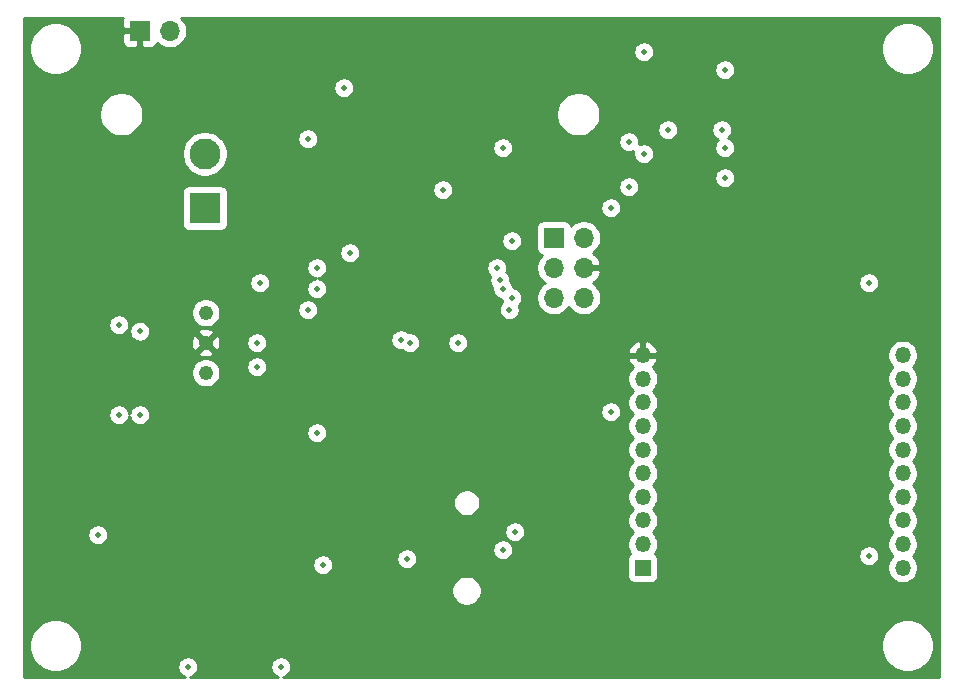
<source format=gbr>
%TF.GenerationSoftware,KiCad,Pcbnew,(5.1.7)-1*%
%TF.CreationDate,2020-12-22T10:31:33-06:00*%
%TF.ProjectId,tracker,74726163-6b65-4722-9e6b-696361645f70,1.0*%
%TF.SameCoordinates,Original*%
%TF.FileFunction,Copper,L3,Inr*%
%TF.FilePolarity,Positive*%
%FSLAX46Y46*%
G04 Gerber Fmt 4.6, Leading zero omitted, Abs format (unit mm)*
G04 Created by KiCad (PCBNEW (5.1.7)-1) date 2020-12-22 10:31:33*
%MOMM*%
%LPD*%
G01*
G04 APERTURE LIST*
%TA.AperFunction,ComponentPad*%
%ADD10R,1.700000X1.700000*%
%TD*%
%TA.AperFunction,ComponentPad*%
%ADD11O,1.700000X1.700000*%
%TD*%
%TA.AperFunction,ComponentPad*%
%ADD12R,2.625000X2.625000*%
%TD*%
%TA.AperFunction,ComponentPad*%
%ADD13C,2.625000*%
%TD*%
%TA.AperFunction,ComponentPad*%
%ADD14R,1.350000X1.350000*%
%TD*%
%TA.AperFunction,ComponentPad*%
%ADD15O,1.350000X1.350000*%
%TD*%
%TA.AperFunction,ComponentPad*%
%ADD16C,1.219200*%
%TD*%
%TA.AperFunction,ViaPad*%
%ADD17C,0.508000*%
%TD*%
%TA.AperFunction,Conductor*%
%ADD18C,0.254000*%
%TD*%
%TA.AperFunction,Conductor*%
%ADD19C,0.100000*%
%TD*%
G04 APERTURE END LIST*
D10*
%TO.N,MISO*%
%TO.C,J2*%
X157226000Y-106934000D03*
D11*
%TO.N,SCK*%
X159766000Y-106934000D03*
%TO.N,RESET*%
X157226000Y-109474000D03*
%TO.N,RB_GND*%
X159766000Y-109474000D03*
%TO.N,MOSI*%
X157226000Y-112014000D03*
%TO.N,+3V3*%
X159766000Y-112014000D03*
%TD*%
%TO.N,Net-(J3-Pad1)*%
%TO.C,J4*%
X124714000Y-89408000D03*
D10*
%TO.N,RB_GND*%
X122174000Y-89408000D03*
%TD*%
D12*
%TO.N,Net-(J3-Pad1)*%
%TO.C,SW1*%
X127688000Y-104422000D03*
D13*
%TO.N,Net-(C10-Pad1)*%
X127688000Y-99822000D03*
%TD*%
D14*
%TO.N,+3V3*%
%TO.C,U1*%
X164768000Y-134874000D03*
D15*
%TO.N,N/C*%
X186768000Y-134874000D03*
%TO.N,XBee_to_Uc*%
X164768000Y-132874000D03*
%TO.N,N/C*%
X186768000Y-132874000D03*
%TO.N,XBee_from_Uc*%
X164768000Y-130874000D03*
%TO.N,N/C*%
X186768000Y-130874000D03*
X164768000Y-128874000D03*
%TO.N,Net-(R7-Pad2)*%
X186768000Y-128874000D03*
%TO.N,N/C*%
X164768000Y-126874000D03*
X186768000Y-126874000D03*
%TO.N,Net-(R8-Pad1)*%
X164768000Y-124874000D03*
%TO.N,Net-(R9-Pad1)*%
X186768000Y-124874000D03*
%TO.N,N/C*%
X164768000Y-122874000D03*
X186768000Y-122874000D03*
X164768000Y-120874000D03*
X186768000Y-120874000D03*
X164768000Y-118874000D03*
X186768000Y-118874000D03*
%TO.N,RB_GND*%
X164768000Y-116874000D03*
%TO.N,N/C*%
X186768000Y-116874000D03*
%TD*%
D16*
%TO.N,RB_5V*%
%TO.C,U3*%
X127762000Y-118364000D03*
%TO.N,RB_GND*%
X127762000Y-115824000D03*
%TO.N,Net-(F1-Pad1)*%
X127762000Y-113284000D03*
%TD*%
D17*
%TO.N,RB_GND*%
X146812000Y-99822000D03*
X148844000Y-99822000D03*
X153416000Y-104140000D03*
X132080000Y-113030000D03*
X137160000Y-118872000D03*
X136144000Y-117856000D03*
X136144000Y-115824000D03*
X130810000Y-125476000D03*
X135636000Y-130302000D03*
X118618000Y-130302000D03*
X118618000Y-137668000D03*
X122174000Y-143256000D03*
X130048000Y-143256000D03*
X135636000Y-137922000D03*
X175260000Y-124968000D03*
X167640000Y-142240000D03*
X173228000Y-104394000D03*
X145034000Y-117348000D03*
X152654000Y-117094000D03*
X146304000Y-106680000D03*
X147574000Y-124206000D03*
X145542000Y-111760000D03*
X147066000Y-111760000D03*
X134112000Y-123698000D03*
X134620000Y-90170000D03*
X129032000Y-142748000D03*
X120623118Y-125756882D03*
%TO.N,+3V3*%
X137160000Y-109474000D03*
X132334000Y-110744000D03*
X118618000Y-132080000D03*
X134112000Y-143256000D03*
X126238000Y-143256000D03*
X137668000Y-134620000D03*
X164846000Y-91186000D03*
X166878000Y-97790000D03*
X164846000Y-99822000D03*
X145034000Y-115824000D03*
X149098000Y-115824000D03*
X132080000Y-115824000D03*
X132080000Y-117856000D03*
X147828000Y-102870000D03*
%TO.N,RESET*%
X152400000Y-109474000D03*
X139954000Y-108204000D03*
X183896000Y-110744000D03*
X183896000Y-133858000D03*
%TO.N,RB_5V*%
X171704000Y-101854000D03*
X137160000Y-123444000D03*
X162052000Y-121666000D03*
X162052000Y-104394000D03*
%TO.N,RB_RXI*%
X171704000Y-99314000D03*
%TO.N,RB_NetAv*%
X171450000Y-97790000D03*
X152654000Y-110490000D03*
X152908000Y-99314000D03*
%TO.N,RB_TXO*%
X171704000Y-92710000D03*
%TO.N,MOSI*%
X153670000Y-107188000D03*
X153670000Y-112014000D03*
%TO.N,RB_TXO_3V3*%
X139446000Y-94234000D03*
X137160000Y-111252000D03*
%TO.N,RB_RXI_3V3*%
X163576000Y-102616000D03*
X163576000Y-98806000D03*
X136398000Y-98552000D03*
X136398000Y-113030000D03*
%TO.N,Net-(R12-Pad2)*%
X120396000Y-121920000D03*
X120396000Y-114300000D03*
%TO.N,Net-(R13-Pad2)*%
X122174000Y-121920000D03*
X122174000Y-114858800D03*
%TO.N,Net-(R14-Pad2)*%
X144780000Y-134112000D03*
X144272000Y-115570000D03*
%TO.N,Net-(R15-Pad2)*%
X153466800Y-113030000D03*
X153924000Y-131826000D03*
%TO.N,GPS_PPS*%
X152908000Y-133350000D03*
X152908000Y-111252000D03*
%TD*%
D18*
%TO.N,RB_GND*%
X120734498Y-88313820D02*
X120698188Y-88433518D01*
X120685928Y-88558000D01*
X120689000Y-89122250D01*
X120847750Y-89281000D01*
X122047000Y-89281000D01*
X122047000Y-89261000D01*
X122301000Y-89261000D01*
X122301000Y-89281000D01*
X122321000Y-89281000D01*
X122321000Y-89535000D01*
X122301000Y-89535000D01*
X122301000Y-90734250D01*
X122459750Y-90893000D01*
X123024000Y-90896072D01*
X123148482Y-90883812D01*
X123268180Y-90847502D01*
X123378494Y-90788537D01*
X123475185Y-90709185D01*
X123554537Y-90612494D01*
X123613502Y-90502180D01*
X123635513Y-90429620D01*
X123767368Y-90561475D01*
X124010589Y-90723990D01*
X124280842Y-90835932D01*
X124567740Y-90893000D01*
X124860260Y-90893000D01*
X125147158Y-90835932D01*
X125417411Y-90723990D01*
X125660632Y-90561475D01*
X125867475Y-90354632D01*
X126029990Y-90111411D01*
X126141932Y-89841158D01*
X126199000Y-89554260D01*
X126199000Y-89261740D01*
X126141932Y-88974842D01*
X126029990Y-88704589D01*
X125867475Y-88461368D01*
X125696107Y-88290000D01*
X189840001Y-88290000D01*
X189840000Y-144120000D01*
X134325242Y-144120000D01*
X134371312Y-144110836D01*
X134533099Y-144043821D01*
X134678704Y-143946531D01*
X134802531Y-143822704D01*
X134899821Y-143677099D01*
X134966836Y-143515312D01*
X135001000Y-143343559D01*
X135001000Y-143168441D01*
X134966836Y-142996688D01*
X134899821Y-142834901D01*
X134802531Y-142689296D01*
X134678704Y-142565469D01*
X134533099Y-142468179D01*
X134371312Y-142401164D01*
X134199559Y-142367000D01*
X134024441Y-142367000D01*
X133852688Y-142401164D01*
X133690901Y-142468179D01*
X133545296Y-142565469D01*
X133421469Y-142689296D01*
X133324179Y-142834901D01*
X133257164Y-142996688D01*
X133223000Y-143168441D01*
X133223000Y-143343559D01*
X133257164Y-143515312D01*
X133324179Y-143677099D01*
X133421469Y-143822704D01*
X133545296Y-143946531D01*
X133690901Y-144043821D01*
X133852688Y-144110836D01*
X133898758Y-144120000D01*
X126451242Y-144120000D01*
X126497312Y-144110836D01*
X126659099Y-144043821D01*
X126804704Y-143946531D01*
X126928531Y-143822704D01*
X127025821Y-143677099D01*
X127092836Y-143515312D01*
X127127000Y-143343559D01*
X127127000Y-143168441D01*
X127092836Y-142996688D01*
X127025821Y-142834901D01*
X126928531Y-142689296D01*
X126804704Y-142565469D01*
X126659099Y-142468179D01*
X126497312Y-142401164D01*
X126325559Y-142367000D01*
X126150441Y-142367000D01*
X125978688Y-142401164D01*
X125816901Y-142468179D01*
X125671296Y-142565469D01*
X125547469Y-142689296D01*
X125450179Y-142834901D01*
X125383164Y-142996688D01*
X125349000Y-143168441D01*
X125349000Y-143343559D01*
X125383164Y-143515312D01*
X125450179Y-143677099D01*
X125547469Y-143822704D01*
X125671296Y-143946531D01*
X125816901Y-144043821D01*
X125978688Y-144110836D01*
X126024758Y-144120000D01*
X112420000Y-144120000D01*
X112420000Y-141257872D01*
X112827000Y-141257872D01*
X112827000Y-141698128D01*
X112912890Y-142129925D01*
X113081369Y-142536669D01*
X113325962Y-142902729D01*
X113637271Y-143214038D01*
X114003331Y-143458631D01*
X114410075Y-143627110D01*
X114841872Y-143713000D01*
X115282128Y-143713000D01*
X115713925Y-143627110D01*
X116120669Y-143458631D01*
X116486729Y-143214038D01*
X116798038Y-142902729D01*
X117042631Y-142536669D01*
X117211110Y-142129925D01*
X117297000Y-141698128D01*
X117297000Y-141257872D01*
X184963000Y-141257872D01*
X184963000Y-141698128D01*
X185048890Y-142129925D01*
X185217369Y-142536669D01*
X185461962Y-142902729D01*
X185773271Y-143214038D01*
X186139331Y-143458631D01*
X186546075Y-143627110D01*
X186977872Y-143713000D01*
X187418128Y-143713000D01*
X187849925Y-143627110D01*
X188256669Y-143458631D01*
X188622729Y-143214038D01*
X188934038Y-142902729D01*
X189178631Y-142536669D01*
X189347110Y-142129925D01*
X189433000Y-141698128D01*
X189433000Y-141257872D01*
X189347110Y-140826075D01*
X189178631Y-140419331D01*
X188934038Y-140053271D01*
X188622729Y-139741962D01*
X188256669Y-139497369D01*
X187849925Y-139328890D01*
X187418128Y-139243000D01*
X186977872Y-139243000D01*
X186546075Y-139328890D01*
X186139331Y-139497369D01*
X185773271Y-139741962D01*
X185461962Y-140053271D01*
X185217369Y-140419331D01*
X185048890Y-140826075D01*
X184963000Y-141257872D01*
X117297000Y-141257872D01*
X117211110Y-140826075D01*
X117042631Y-140419331D01*
X116798038Y-140053271D01*
X116486729Y-139741962D01*
X116120669Y-139497369D01*
X115713925Y-139328890D01*
X115282128Y-139243000D01*
X114841872Y-139243000D01*
X114410075Y-139328890D01*
X114003331Y-139497369D01*
X113637271Y-139741962D01*
X113325962Y-140053271D01*
X113081369Y-140419331D01*
X112912890Y-140826075D01*
X112827000Y-141257872D01*
X112420000Y-141257872D01*
X112420000Y-136694439D01*
X148575000Y-136694439D01*
X148575000Y-136947561D01*
X148624381Y-137195821D01*
X148721247Y-137429676D01*
X148861875Y-137640140D01*
X149040860Y-137819125D01*
X149251324Y-137959753D01*
X149485179Y-138056619D01*
X149733439Y-138106000D01*
X149986561Y-138106000D01*
X150234821Y-138056619D01*
X150468676Y-137959753D01*
X150679140Y-137819125D01*
X150858125Y-137640140D01*
X150998753Y-137429676D01*
X151095619Y-137195821D01*
X151145000Y-136947561D01*
X151145000Y-136694439D01*
X151095619Y-136446179D01*
X150998753Y-136212324D01*
X150858125Y-136001860D01*
X150679140Y-135822875D01*
X150468676Y-135682247D01*
X150234821Y-135585381D01*
X149986561Y-135536000D01*
X149733439Y-135536000D01*
X149485179Y-135585381D01*
X149251324Y-135682247D01*
X149040860Y-135822875D01*
X148861875Y-136001860D01*
X148721247Y-136212324D01*
X148624381Y-136446179D01*
X148575000Y-136694439D01*
X112420000Y-136694439D01*
X112420000Y-134532441D01*
X136779000Y-134532441D01*
X136779000Y-134707559D01*
X136813164Y-134879312D01*
X136880179Y-135041099D01*
X136977469Y-135186704D01*
X137101296Y-135310531D01*
X137246901Y-135407821D01*
X137408688Y-135474836D01*
X137580441Y-135509000D01*
X137755559Y-135509000D01*
X137927312Y-135474836D01*
X138089099Y-135407821D01*
X138234704Y-135310531D01*
X138358531Y-135186704D01*
X138455821Y-135041099D01*
X138522836Y-134879312D01*
X138557000Y-134707559D01*
X138557000Y-134532441D01*
X138522836Y-134360688D01*
X138455821Y-134198901D01*
X138358531Y-134053296D01*
X138329676Y-134024441D01*
X143891000Y-134024441D01*
X143891000Y-134199559D01*
X143925164Y-134371312D01*
X143992179Y-134533099D01*
X144089469Y-134678704D01*
X144213296Y-134802531D01*
X144358901Y-134899821D01*
X144520688Y-134966836D01*
X144692441Y-135001000D01*
X144867559Y-135001000D01*
X145039312Y-134966836D01*
X145201099Y-134899821D01*
X145346704Y-134802531D01*
X145470531Y-134678704D01*
X145567821Y-134533099D01*
X145634836Y-134371312D01*
X145669000Y-134199559D01*
X145669000Y-134024441D01*
X145634836Y-133852688D01*
X145567821Y-133690901D01*
X145470531Y-133545296D01*
X145346704Y-133421469D01*
X145201099Y-133324179D01*
X145052052Y-133262441D01*
X152019000Y-133262441D01*
X152019000Y-133437559D01*
X152053164Y-133609312D01*
X152120179Y-133771099D01*
X152217469Y-133916704D01*
X152341296Y-134040531D01*
X152486901Y-134137821D01*
X152648688Y-134204836D01*
X152820441Y-134239000D01*
X152995559Y-134239000D01*
X153167312Y-134204836D01*
X153181401Y-134199000D01*
X163454928Y-134199000D01*
X163454928Y-135549000D01*
X163467188Y-135673482D01*
X163503498Y-135793180D01*
X163562463Y-135903494D01*
X163641815Y-136000185D01*
X163738506Y-136079537D01*
X163848820Y-136138502D01*
X163968518Y-136174812D01*
X164093000Y-136187072D01*
X165443000Y-136187072D01*
X165567482Y-136174812D01*
X165687180Y-136138502D01*
X165797494Y-136079537D01*
X165894185Y-136000185D01*
X165973537Y-135903494D01*
X166032502Y-135793180D01*
X166068812Y-135673482D01*
X166081072Y-135549000D01*
X166081072Y-134199000D01*
X166068812Y-134074518D01*
X166032502Y-133954820D01*
X165973537Y-133844506D01*
X165912754Y-133770441D01*
X183007000Y-133770441D01*
X183007000Y-133945559D01*
X183041164Y-134117312D01*
X183108179Y-134279099D01*
X183205469Y-134424704D01*
X183329296Y-134548531D01*
X183474901Y-134645821D01*
X183636688Y-134712836D01*
X183808441Y-134747000D01*
X183983559Y-134747000D01*
X184155312Y-134712836D01*
X184317099Y-134645821D01*
X184462704Y-134548531D01*
X184586531Y-134424704D01*
X184683821Y-134279099D01*
X184750836Y-134117312D01*
X184785000Y-133945559D01*
X184785000Y-133770441D01*
X184750836Y-133598688D01*
X184683821Y-133436901D01*
X184586531Y-133291296D01*
X184462704Y-133167469D01*
X184317099Y-133070179D01*
X184155312Y-133003164D01*
X183983559Y-132969000D01*
X183808441Y-132969000D01*
X183636688Y-133003164D01*
X183474901Y-133070179D01*
X183329296Y-133167469D01*
X183205469Y-133291296D01*
X183108179Y-133436901D01*
X183041164Y-133598688D01*
X183007000Y-133770441D01*
X165912754Y-133770441D01*
X165894185Y-133747815D01*
X165807303Y-133676513D01*
X165928907Y-133494518D01*
X166027658Y-133256113D01*
X166078000Y-133003024D01*
X166078000Y-132744976D01*
X166027658Y-132491887D01*
X165928907Y-132253482D01*
X165785544Y-132038923D01*
X165620621Y-131874000D01*
X165785544Y-131709077D01*
X165928907Y-131494518D01*
X166027658Y-131256113D01*
X166078000Y-131003024D01*
X166078000Y-130744976D01*
X166027658Y-130491887D01*
X165928907Y-130253482D01*
X165785544Y-130038923D01*
X165620621Y-129874000D01*
X165785544Y-129709077D01*
X165928907Y-129494518D01*
X166027658Y-129256113D01*
X166078000Y-129003024D01*
X166078000Y-128744976D01*
X166027658Y-128491887D01*
X165928907Y-128253482D01*
X165785544Y-128038923D01*
X165620621Y-127874000D01*
X165785544Y-127709077D01*
X165928907Y-127494518D01*
X166027658Y-127256113D01*
X166078000Y-127003024D01*
X166078000Y-126744976D01*
X166027658Y-126491887D01*
X165928907Y-126253482D01*
X165785544Y-126038923D01*
X165620621Y-125874000D01*
X165785544Y-125709077D01*
X165928907Y-125494518D01*
X166027658Y-125256113D01*
X166078000Y-125003024D01*
X166078000Y-124744976D01*
X166027658Y-124491887D01*
X165928907Y-124253482D01*
X165785544Y-124038923D01*
X165620621Y-123874000D01*
X165785544Y-123709077D01*
X165928907Y-123494518D01*
X166027658Y-123256113D01*
X166078000Y-123003024D01*
X166078000Y-122744976D01*
X166027658Y-122491887D01*
X165928907Y-122253482D01*
X165785544Y-122038923D01*
X165620621Y-121874000D01*
X165785544Y-121709077D01*
X165928907Y-121494518D01*
X166027658Y-121256113D01*
X166078000Y-121003024D01*
X166078000Y-120744976D01*
X166027658Y-120491887D01*
X165928907Y-120253482D01*
X165785544Y-120038923D01*
X165620621Y-119874000D01*
X165785544Y-119709077D01*
X165928907Y-119494518D01*
X166027658Y-119256113D01*
X166078000Y-119003024D01*
X166078000Y-118744976D01*
X166027658Y-118491887D01*
X165928907Y-118253482D01*
X165785544Y-118038923D01*
X165613940Y-117867319D01*
X165746303Y-117745227D01*
X165897473Y-117537629D01*
X166005238Y-117304528D01*
X166035910Y-117203400D01*
X165912224Y-117001000D01*
X164895000Y-117001000D01*
X164895000Y-117021000D01*
X164641000Y-117021000D01*
X164641000Y-117001000D01*
X163623776Y-117001000D01*
X163500090Y-117203400D01*
X163530762Y-117304528D01*
X163638527Y-117537629D01*
X163789697Y-117745227D01*
X163922060Y-117867319D01*
X163750456Y-118038923D01*
X163607093Y-118253482D01*
X163508342Y-118491887D01*
X163458000Y-118744976D01*
X163458000Y-119003024D01*
X163508342Y-119256113D01*
X163607093Y-119494518D01*
X163750456Y-119709077D01*
X163915379Y-119874000D01*
X163750456Y-120038923D01*
X163607093Y-120253482D01*
X163508342Y-120491887D01*
X163458000Y-120744976D01*
X163458000Y-121003024D01*
X163508342Y-121256113D01*
X163607093Y-121494518D01*
X163750456Y-121709077D01*
X163915379Y-121874000D01*
X163750456Y-122038923D01*
X163607093Y-122253482D01*
X163508342Y-122491887D01*
X163458000Y-122744976D01*
X163458000Y-123003024D01*
X163508342Y-123256113D01*
X163607093Y-123494518D01*
X163750456Y-123709077D01*
X163915379Y-123874000D01*
X163750456Y-124038923D01*
X163607093Y-124253482D01*
X163508342Y-124491887D01*
X163458000Y-124744976D01*
X163458000Y-125003024D01*
X163508342Y-125256113D01*
X163607093Y-125494518D01*
X163750456Y-125709077D01*
X163915379Y-125874000D01*
X163750456Y-126038923D01*
X163607093Y-126253482D01*
X163508342Y-126491887D01*
X163458000Y-126744976D01*
X163458000Y-127003024D01*
X163508342Y-127256113D01*
X163607093Y-127494518D01*
X163750456Y-127709077D01*
X163915379Y-127874000D01*
X163750456Y-128038923D01*
X163607093Y-128253482D01*
X163508342Y-128491887D01*
X163458000Y-128744976D01*
X163458000Y-129003024D01*
X163508342Y-129256113D01*
X163607093Y-129494518D01*
X163750456Y-129709077D01*
X163915379Y-129874000D01*
X163750456Y-130038923D01*
X163607093Y-130253482D01*
X163508342Y-130491887D01*
X163458000Y-130744976D01*
X163458000Y-131003024D01*
X163508342Y-131256113D01*
X163607093Y-131494518D01*
X163750456Y-131709077D01*
X163915379Y-131874000D01*
X163750456Y-132038923D01*
X163607093Y-132253482D01*
X163508342Y-132491887D01*
X163458000Y-132744976D01*
X163458000Y-133003024D01*
X163508342Y-133256113D01*
X163607093Y-133494518D01*
X163728697Y-133676513D01*
X163641815Y-133747815D01*
X163562463Y-133844506D01*
X163503498Y-133954820D01*
X163467188Y-134074518D01*
X163454928Y-134199000D01*
X153181401Y-134199000D01*
X153329099Y-134137821D01*
X153474704Y-134040531D01*
X153598531Y-133916704D01*
X153695821Y-133771099D01*
X153762836Y-133609312D01*
X153797000Y-133437559D01*
X153797000Y-133262441D01*
X153762836Y-133090688D01*
X153695821Y-132928901D01*
X153598531Y-132783296D01*
X153474704Y-132659469D01*
X153329099Y-132562179D01*
X153167312Y-132495164D01*
X152995559Y-132461000D01*
X152820441Y-132461000D01*
X152648688Y-132495164D01*
X152486901Y-132562179D01*
X152341296Y-132659469D01*
X152217469Y-132783296D01*
X152120179Y-132928901D01*
X152053164Y-133090688D01*
X152019000Y-133262441D01*
X145052052Y-133262441D01*
X145039312Y-133257164D01*
X144867559Y-133223000D01*
X144692441Y-133223000D01*
X144520688Y-133257164D01*
X144358901Y-133324179D01*
X144213296Y-133421469D01*
X144089469Y-133545296D01*
X143992179Y-133690901D01*
X143925164Y-133852688D01*
X143891000Y-134024441D01*
X138329676Y-134024441D01*
X138234704Y-133929469D01*
X138089099Y-133832179D01*
X137927312Y-133765164D01*
X137755559Y-133731000D01*
X137580441Y-133731000D01*
X137408688Y-133765164D01*
X137246901Y-133832179D01*
X137101296Y-133929469D01*
X136977469Y-134053296D01*
X136880179Y-134198901D01*
X136813164Y-134360688D01*
X136779000Y-134532441D01*
X112420000Y-134532441D01*
X112420000Y-131992441D01*
X117729000Y-131992441D01*
X117729000Y-132167559D01*
X117763164Y-132339312D01*
X117830179Y-132501099D01*
X117927469Y-132646704D01*
X118051296Y-132770531D01*
X118196901Y-132867821D01*
X118358688Y-132934836D01*
X118530441Y-132969000D01*
X118705559Y-132969000D01*
X118877312Y-132934836D01*
X119039099Y-132867821D01*
X119184704Y-132770531D01*
X119308531Y-132646704D01*
X119405821Y-132501099D01*
X119472836Y-132339312D01*
X119507000Y-132167559D01*
X119507000Y-131992441D01*
X119472836Y-131820688D01*
X119438768Y-131738441D01*
X153035000Y-131738441D01*
X153035000Y-131913559D01*
X153069164Y-132085312D01*
X153136179Y-132247099D01*
X153233469Y-132392704D01*
X153357296Y-132516531D01*
X153502901Y-132613821D01*
X153664688Y-132680836D01*
X153836441Y-132715000D01*
X154011559Y-132715000D01*
X154183312Y-132680836D01*
X154345099Y-132613821D01*
X154490704Y-132516531D01*
X154614531Y-132392704D01*
X154711821Y-132247099D01*
X154778836Y-132085312D01*
X154813000Y-131913559D01*
X154813000Y-131738441D01*
X154778836Y-131566688D01*
X154711821Y-131404901D01*
X154614531Y-131259296D01*
X154490704Y-131135469D01*
X154345099Y-131038179D01*
X154183312Y-130971164D01*
X154011559Y-130937000D01*
X153836441Y-130937000D01*
X153664688Y-130971164D01*
X153502901Y-131038179D01*
X153357296Y-131135469D01*
X153233469Y-131259296D01*
X153136179Y-131404901D01*
X153069164Y-131566688D01*
X153035000Y-131738441D01*
X119438768Y-131738441D01*
X119405821Y-131658901D01*
X119308531Y-131513296D01*
X119184704Y-131389469D01*
X119039099Y-131292179D01*
X118877312Y-131225164D01*
X118705559Y-131191000D01*
X118530441Y-131191000D01*
X118358688Y-131225164D01*
X118196901Y-131292179D01*
X118051296Y-131389469D01*
X117927469Y-131513296D01*
X117830179Y-131658901D01*
X117763164Y-131820688D01*
X117729000Y-131992441D01*
X112420000Y-131992441D01*
X112420000Y-129256750D01*
X148700000Y-129256750D01*
X148700000Y-129485250D01*
X148744578Y-129709360D01*
X148832021Y-129920466D01*
X148958969Y-130110457D01*
X149120543Y-130272031D01*
X149310534Y-130398979D01*
X149521640Y-130486422D01*
X149745750Y-130531000D01*
X149974250Y-130531000D01*
X150198360Y-130486422D01*
X150409466Y-130398979D01*
X150599457Y-130272031D01*
X150761031Y-130110457D01*
X150887979Y-129920466D01*
X150975422Y-129709360D01*
X151020000Y-129485250D01*
X151020000Y-129256750D01*
X150975422Y-129032640D01*
X150887979Y-128821534D01*
X150761031Y-128631543D01*
X150599457Y-128469969D01*
X150409466Y-128343021D01*
X150198360Y-128255578D01*
X149974250Y-128211000D01*
X149745750Y-128211000D01*
X149521640Y-128255578D01*
X149310534Y-128343021D01*
X149120543Y-128469969D01*
X148958969Y-128631543D01*
X148832021Y-128821534D01*
X148744578Y-129032640D01*
X148700000Y-129256750D01*
X112420000Y-129256750D01*
X112420000Y-123356441D01*
X136271000Y-123356441D01*
X136271000Y-123531559D01*
X136305164Y-123703312D01*
X136372179Y-123865099D01*
X136469469Y-124010704D01*
X136593296Y-124134531D01*
X136738901Y-124231821D01*
X136900688Y-124298836D01*
X137072441Y-124333000D01*
X137247559Y-124333000D01*
X137419312Y-124298836D01*
X137581099Y-124231821D01*
X137726704Y-124134531D01*
X137850531Y-124010704D01*
X137947821Y-123865099D01*
X138014836Y-123703312D01*
X138049000Y-123531559D01*
X138049000Y-123356441D01*
X138014836Y-123184688D01*
X137947821Y-123022901D01*
X137850531Y-122877296D01*
X137726704Y-122753469D01*
X137581099Y-122656179D01*
X137419312Y-122589164D01*
X137247559Y-122555000D01*
X137072441Y-122555000D01*
X136900688Y-122589164D01*
X136738901Y-122656179D01*
X136593296Y-122753469D01*
X136469469Y-122877296D01*
X136372179Y-123022901D01*
X136305164Y-123184688D01*
X136271000Y-123356441D01*
X112420000Y-123356441D01*
X112420000Y-121832441D01*
X119507000Y-121832441D01*
X119507000Y-122007559D01*
X119541164Y-122179312D01*
X119608179Y-122341099D01*
X119705469Y-122486704D01*
X119829296Y-122610531D01*
X119974901Y-122707821D01*
X120136688Y-122774836D01*
X120308441Y-122809000D01*
X120483559Y-122809000D01*
X120655312Y-122774836D01*
X120817099Y-122707821D01*
X120962704Y-122610531D01*
X121086531Y-122486704D01*
X121183821Y-122341099D01*
X121250836Y-122179312D01*
X121285000Y-122007559D01*
X121319164Y-122179312D01*
X121386179Y-122341099D01*
X121483469Y-122486704D01*
X121607296Y-122610531D01*
X121752901Y-122707821D01*
X121914688Y-122774836D01*
X122086441Y-122809000D01*
X122261559Y-122809000D01*
X122433312Y-122774836D01*
X122595099Y-122707821D01*
X122740704Y-122610531D01*
X122864531Y-122486704D01*
X122961821Y-122341099D01*
X123028836Y-122179312D01*
X123063000Y-122007559D01*
X123063000Y-121832441D01*
X123028836Y-121660688D01*
X122994768Y-121578441D01*
X161163000Y-121578441D01*
X161163000Y-121753559D01*
X161197164Y-121925312D01*
X161264179Y-122087099D01*
X161361469Y-122232704D01*
X161485296Y-122356531D01*
X161630901Y-122453821D01*
X161792688Y-122520836D01*
X161964441Y-122555000D01*
X162139559Y-122555000D01*
X162311312Y-122520836D01*
X162473099Y-122453821D01*
X162618704Y-122356531D01*
X162742531Y-122232704D01*
X162839821Y-122087099D01*
X162906836Y-121925312D01*
X162941000Y-121753559D01*
X162941000Y-121578441D01*
X162906836Y-121406688D01*
X162839821Y-121244901D01*
X162742531Y-121099296D01*
X162618704Y-120975469D01*
X162473099Y-120878179D01*
X162311312Y-120811164D01*
X162139559Y-120777000D01*
X161964441Y-120777000D01*
X161792688Y-120811164D01*
X161630901Y-120878179D01*
X161485296Y-120975469D01*
X161361469Y-121099296D01*
X161264179Y-121244901D01*
X161197164Y-121406688D01*
X161163000Y-121578441D01*
X122994768Y-121578441D01*
X122961821Y-121498901D01*
X122864531Y-121353296D01*
X122740704Y-121229469D01*
X122595099Y-121132179D01*
X122433312Y-121065164D01*
X122261559Y-121031000D01*
X122086441Y-121031000D01*
X121914688Y-121065164D01*
X121752901Y-121132179D01*
X121607296Y-121229469D01*
X121483469Y-121353296D01*
X121386179Y-121498901D01*
X121319164Y-121660688D01*
X121285000Y-121832441D01*
X121250836Y-121660688D01*
X121183821Y-121498901D01*
X121086531Y-121353296D01*
X120962704Y-121229469D01*
X120817099Y-121132179D01*
X120655312Y-121065164D01*
X120483559Y-121031000D01*
X120308441Y-121031000D01*
X120136688Y-121065164D01*
X119974901Y-121132179D01*
X119829296Y-121229469D01*
X119705469Y-121353296D01*
X119608179Y-121498901D01*
X119541164Y-121660688D01*
X119507000Y-121832441D01*
X112420000Y-121832441D01*
X112420000Y-118241418D01*
X126517400Y-118241418D01*
X126517400Y-118486582D01*
X126565229Y-118727036D01*
X126659050Y-118953539D01*
X126795256Y-119157386D01*
X126968614Y-119330744D01*
X127172461Y-119466950D01*
X127398964Y-119560771D01*
X127639418Y-119608600D01*
X127884582Y-119608600D01*
X128125036Y-119560771D01*
X128351539Y-119466950D01*
X128555386Y-119330744D01*
X128728744Y-119157386D01*
X128864950Y-118953539D01*
X128958771Y-118727036D01*
X129006600Y-118486582D01*
X129006600Y-118241418D01*
X128958771Y-118000964D01*
X128864950Y-117774461D01*
X128860928Y-117768441D01*
X131191000Y-117768441D01*
X131191000Y-117943559D01*
X131225164Y-118115312D01*
X131292179Y-118277099D01*
X131389469Y-118422704D01*
X131513296Y-118546531D01*
X131658901Y-118643821D01*
X131820688Y-118710836D01*
X131992441Y-118745000D01*
X132167559Y-118745000D01*
X132339312Y-118710836D01*
X132501099Y-118643821D01*
X132646704Y-118546531D01*
X132770531Y-118422704D01*
X132867821Y-118277099D01*
X132934836Y-118115312D01*
X132969000Y-117943559D01*
X132969000Y-117768441D01*
X132934836Y-117596688D01*
X132867821Y-117434901D01*
X132770531Y-117289296D01*
X132646704Y-117165469D01*
X132501099Y-117068179D01*
X132339312Y-117001164D01*
X132167559Y-116967000D01*
X131992441Y-116967000D01*
X131820688Y-117001164D01*
X131658901Y-117068179D01*
X131513296Y-117165469D01*
X131389469Y-117289296D01*
X131292179Y-117434901D01*
X131225164Y-117596688D01*
X131191000Y-117768441D01*
X128860928Y-117768441D01*
X128728744Y-117570614D01*
X128555386Y-117397256D01*
X128351539Y-117261050D01*
X128125036Y-117167229D01*
X127884582Y-117119400D01*
X127639418Y-117119400D01*
X127398964Y-117167229D01*
X127172461Y-117261050D01*
X126968614Y-117397256D01*
X126795256Y-117570614D01*
X126659050Y-117774461D01*
X126565229Y-118000964D01*
X126517400Y-118241418D01*
X112420000Y-118241418D01*
X112420000Y-116680632D01*
X127084973Y-116680632D01*
X127133448Y-116905192D01*
X127356456Y-117007042D01*
X127595048Y-117063428D01*
X127840056Y-117072183D01*
X128082065Y-117032972D01*
X128311774Y-116947300D01*
X128390552Y-116905192D01*
X128439027Y-116680632D01*
X127762000Y-116003605D01*
X127084973Y-116680632D01*
X112420000Y-116680632D01*
X112420000Y-115902056D01*
X126513817Y-115902056D01*
X126553028Y-116144065D01*
X126638700Y-116373774D01*
X126680808Y-116452552D01*
X126905368Y-116501027D01*
X127582395Y-115824000D01*
X127941605Y-115824000D01*
X128618632Y-116501027D01*
X128843192Y-116452552D01*
X128945042Y-116229544D01*
X129001428Y-115990952D01*
X129010183Y-115745944D01*
X129008644Y-115736441D01*
X131191000Y-115736441D01*
X131191000Y-115911559D01*
X131225164Y-116083312D01*
X131292179Y-116245099D01*
X131389469Y-116390704D01*
X131513296Y-116514531D01*
X131658901Y-116611821D01*
X131820688Y-116678836D01*
X131992441Y-116713000D01*
X132167559Y-116713000D01*
X132339312Y-116678836D01*
X132501099Y-116611821D01*
X132646704Y-116514531D01*
X132770531Y-116390704D01*
X132867821Y-116245099D01*
X132934836Y-116083312D01*
X132969000Y-115911559D01*
X132969000Y-115736441D01*
X132934836Y-115564688D01*
X132900768Y-115482441D01*
X143383000Y-115482441D01*
X143383000Y-115657559D01*
X143417164Y-115829312D01*
X143484179Y-115991099D01*
X143581469Y-116136704D01*
X143705296Y-116260531D01*
X143850901Y-116357821D01*
X144012688Y-116424836D01*
X144184441Y-116459000D01*
X144359559Y-116459000D01*
X144403103Y-116450338D01*
X144467296Y-116514531D01*
X144612901Y-116611821D01*
X144774688Y-116678836D01*
X144946441Y-116713000D01*
X145121559Y-116713000D01*
X145293312Y-116678836D01*
X145455099Y-116611821D01*
X145600704Y-116514531D01*
X145724531Y-116390704D01*
X145821821Y-116245099D01*
X145888836Y-116083312D01*
X145923000Y-115911559D01*
X145923000Y-115736441D01*
X148209000Y-115736441D01*
X148209000Y-115911559D01*
X148243164Y-116083312D01*
X148310179Y-116245099D01*
X148407469Y-116390704D01*
X148531296Y-116514531D01*
X148676901Y-116611821D01*
X148838688Y-116678836D01*
X149010441Y-116713000D01*
X149185559Y-116713000D01*
X149357312Y-116678836D01*
X149519099Y-116611821D01*
X149619702Y-116544600D01*
X163500090Y-116544600D01*
X163623776Y-116747000D01*
X164641000Y-116747000D01*
X164641000Y-115728915D01*
X164895000Y-115728915D01*
X164895000Y-116747000D01*
X165912224Y-116747000D01*
X165913460Y-116744976D01*
X185458000Y-116744976D01*
X185458000Y-117003024D01*
X185508342Y-117256113D01*
X185607093Y-117494518D01*
X185750456Y-117709077D01*
X185915379Y-117874000D01*
X185750456Y-118038923D01*
X185607093Y-118253482D01*
X185508342Y-118491887D01*
X185458000Y-118744976D01*
X185458000Y-119003024D01*
X185508342Y-119256113D01*
X185607093Y-119494518D01*
X185750456Y-119709077D01*
X185915379Y-119874000D01*
X185750456Y-120038923D01*
X185607093Y-120253482D01*
X185508342Y-120491887D01*
X185458000Y-120744976D01*
X185458000Y-121003024D01*
X185508342Y-121256113D01*
X185607093Y-121494518D01*
X185750456Y-121709077D01*
X185915379Y-121874000D01*
X185750456Y-122038923D01*
X185607093Y-122253482D01*
X185508342Y-122491887D01*
X185458000Y-122744976D01*
X185458000Y-123003024D01*
X185508342Y-123256113D01*
X185607093Y-123494518D01*
X185750456Y-123709077D01*
X185915379Y-123874000D01*
X185750456Y-124038923D01*
X185607093Y-124253482D01*
X185508342Y-124491887D01*
X185458000Y-124744976D01*
X185458000Y-125003024D01*
X185508342Y-125256113D01*
X185607093Y-125494518D01*
X185750456Y-125709077D01*
X185915379Y-125874000D01*
X185750456Y-126038923D01*
X185607093Y-126253482D01*
X185508342Y-126491887D01*
X185458000Y-126744976D01*
X185458000Y-127003024D01*
X185508342Y-127256113D01*
X185607093Y-127494518D01*
X185750456Y-127709077D01*
X185915379Y-127874000D01*
X185750456Y-128038923D01*
X185607093Y-128253482D01*
X185508342Y-128491887D01*
X185458000Y-128744976D01*
X185458000Y-129003024D01*
X185508342Y-129256113D01*
X185607093Y-129494518D01*
X185750456Y-129709077D01*
X185915379Y-129874000D01*
X185750456Y-130038923D01*
X185607093Y-130253482D01*
X185508342Y-130491887D01*
X185458000Y-130744976D01*
X185458000Y-131003024D01*
X185508342Y-131256113D01*
X185607093Y-131494518D01*
X185750456Y-131709077D01*
X185915379Y-131874000D01*
X185750456Y-132038923D01*
X185607093Y-132253482D01*
X185508342Y-132491887D01*
X185458000Y-132744976D01*
X185458000Y-133003024D01*
X185508342Y-133256113D01*
X185607093Y-133494518D01*
X185750456Y-133709077D01*
X185915379Y-133874000D01*
X185750456Y-134038923D01*
X185607093Y-134253482D01*
X185508342Y-134491887D01*
X185458000Y-134744976D01*
X185458000Y-135003024D01*
X185508342Y-135256113D01*
X185607093Y-135494518D01*
X185750456Y-135709077D01*
X185932923Y-135891544D01*
X186147482Y-136034907D01*
X186385887Y-136133658D01*
X186638976Y-136184000D01*
X186897024Y-136184000D01*
X187150113Y-136133658D01*
X187388518Y-136034907D01*
X187603077Y-135891544D01*
X187785544Y-135709077D01*
X187928907Y-135494518D01*
X188027658Y-135256113D01*
X188078000Y-135003024D01*
X188078000Y-134744976D01*
X188027658Y-134491887D01*
X187928907Y-134253482D01*
X187785544Y-134038923D01*
X187620621Y-133874000D01*
X187785544Y-133709077D01*
X187928907Y-133494518D01*
X188027658Y-133256113D01*
X188078000Y-133003024D01*
X188078000Y-132744976D01*
X188027658Y-132491887D01*
X187928907Y-132253482D01*
X187785544Y-132038923D01*
X187620621Y-131874000D01*
X187785544Y-131709077D01*
X187928907Y-131494518D01*
X188027658Y-131256113D01*
X188078000Y-131003024D01*
X188078000Y-130744976D01*
X188027658Y-130491887D01*
X187928907Y-130253482D01*
X187785544Y-130038923D01*
X187620621Y-129874000D01*
X187785544Y-129709077D01*
X187928907Y-129494518D01*
X188027658Y-129256113D01*
X188078000Y-129003024D01*
X188078000Y-128744976D01*
X188027658Y-128491887D01*
X187928907Y-128253482D01*
X187785544Y-128038923D01*
X187620621Y-127874000D01*
X187785544Y-127709077D01*
X187928907Y-127494518D01*
X188027658Y-127256113D01*
X188078000Y-127003024D01*
X188078000Y-126744976D01*
X188027658Y-126491887D01*
X187928907Y-126253482D01*
X187785544Y-126038923D01*
X187620621Y-125874000D01*
X187785544Y-125709077D01*
X187928907Y-125494518D01*
X188027658Y-125256113D01*
X188078000Y-125003024D01*
X188078000Y-124744976D01*
X188027658Y-124491887D01*
X187928907Y-124253482D01*
X187785544Y-124038923D01*
X187620621Y-123874000D01*
X187785544Y-123709077D01*
X187928907Y-123494518D01*
X188027658Y-123256113D01*
X188078000Y-123003024D01*
X188078000Y-122744976D01*
X188027658Y-122491887D01*
X187928907Y-122253482D01*
X187785544Y-122038923D01*
X187620621Y-121874000D01*
X187785544Y-121709077D01*
X187928907Y-121494518D01*
X188027658Y-121256113D01*
X188078000Y-121003024D01*
X188078000Y-120744976D01*
X188027658Y-120491887D01*
X187928907Y-120253482D01*
X187785544Y-120038923D01*
X187620621Y-119874000D01*
X187785544Y-119709077D01*
X187928907Y-119494518D01*
X188027658Y-119256113D01*
X188078000Y-119003024D01*
X188078000Y-118744976D01*
X188027658Y-118491887D01*
X187928907Y-118253482D01*
X187785544Y-118038923D01*
X187620621Y-117874000D01*
X187785544Y-117709077D01*
X187928907Y-117494518D01*
X188027658Y-117256113D01*
X188078000Y-117003024D01*
X188078000Y-116744976D01*
X188027658Y-116491887D01*
X187928907Y-116253482D01*
X187785544Y-116038923D01*
X187603077Y-115856456D01*
X187388518Y-115713093D01*
X187150113Y-115614342D01*
X186897024Y-115564000D01*
X186638976Y-115564000D01*
X186385887Y-115614342D01*
X186147482Y-115713093D01*
X185932923Y-115856456D01*
X185750456Y-116038923D01*
X185607093Y-116253482D01*
X185508342Y-116491887D01*
X185458000Y-116744976D01*
X165913460Y-116744976D01*
X166035910Y-116544600D01*
X166005238Y-116443472D01*
X165897473Y-116210371D01*
X165746303Y-116002773D01*
X165557537Y-115828656D01*
X165338430Y-115694711D01*
X165097401Y-115606085D01*
X164895000Y-115728915D01*
X164641000Y-115728915D01*
X164438599Y-115606085D01*
X164197570Y-115694711D01*
X163978463Y-115828656D01*
X163789697Y-116002773D01*
X163638527Y-116210371D01*
X163530762Y-116443472D01*
X163500090Y-116544600D01*
X149619702Y-116544600D01*
X149664704Y-116514531D01*
X149788531Y-116390704D01*
X149885821Y-116245099D01*
X149952836Y-116083312D01*
X149987000Y-115911559D01*
X149987000Y-115736441D01*
X149952836Y-115564688D01*
X149885821Y-115402901D01*
X149788531Y-115257296D01*
X149664704Y-115133469D01*
X149519099Y-115036179D01*
X149357312Y-114969164D01*
X149185559Y-114935000D01*
X149010441Y-114935000D01*
X148838688Y-114969164D01*
X148676901Y-115036179D01*
X148531296Y-115133469D01*
X148407469Y-115257296D01*
X148310179Y-115402901D01*
X148243164Y-115564688D01*
X148209000Y-115736441D01*
X145923000Y-115736441D01*
X145888836Y-115564688D01*
X145821821Y-115402901D01*
X145724531Y-115257296D01*
X145600704Y-115133469D01*
X145455099Y-115036179D01*
X145293312Y-114969164D01*
X145121559Y-114935000D01*
X144946441Y-114935000D01*
X144902897Y-114943662D01*
X144838704Y-114879469D01*
X144693099Y-114782179D01*
X144531312Y-114715164D01*
X144359559Y-114681000D01*
X144184441Y-114681000D01*
X144012688Y-114715164D01*
X143850901Y-114782179D01*
X143705296Y-114879469D01*
X143581469Y-115003296D01*
X143484179Y-115148901D01*
X143417164Y-115310688D01*
X143383000Y-115482441D01*
X132900768Y-115482441D01*
X132867821Y-115402901D01*
X132770531Y-115257296D01*
X132646704Y-115133469D01*
X132501099Y-115036179D01*
X132339312Y-114969164D01*
X132167559Y-114935000D01*
X131992441Y-114935000D01*
X131820688Y-114969164D01*
X131658901Y-115036179D01*
X131513296Y-115133469D01*
X131389469Y-115257296D01*
X131292179Y-115402901D01*
X131225164Y-115564688D01*
X131191000Y-115736441D01*
X129008644Y-115736441D01*
X128970972Y-115503935D01*
X128885300Y-115274226D01*
X128843192Y-115195448D01*
X128618632Y-115146973D01*
X127941605Y-115824000D01*
X127582395Y-115824000D01*
X126905368Y-115146973D01*
X126680808Y-115195448D01*
X126578958Y-115418456D01*
X126522572Y-115657048D01*
X126513817Y-115902056D01*
X112420000Y-115902056D01*
X112420000Y-114212441D01*
X119507000Y-114212441D01*
X119507000Y-114387559D01*
X119541164Y-114559312D01*
X119608179Y-114721099D01*
X119705469Y-114866704D01*
X119829296Y-114990531D01*
X119974901Y-115087821D01*
X120136688Y-115154836D01*
X120308441Y-115189000D01*
X120483559Y-115189000D01*
X120655312Y-115154836D01*
X120817099Y-115087821D01*
X120962704Y-114990531D01*
X121086531Y-114866704D01*
X121150317Y-114771241D01*
X121285000Y-114771241D01*
X121285000Y-114946359D01*
X121319164Y-115118112D01*
X121386179Y-115279899D01*
X121483469Y-115425504D01*
X121607296Y-115549331D01*
X121752901Y-115646621D01*
X121914688Y-115713636D01*
X122086441Y-115747800D01*
X122261559Y-115747800D01*
X122433312Y-115713636D01*
X122595099Y-115646621D01*
X122740704Y-115549331D01*
X122864531Y-115425504D01*
X122961821Y-115279899D01*
X123028836Y-115118112D01*
X123058821Y-114967368D01*
X127084973Y-114967368D01*
X127762000Y-115644395D01*
X128439027Y-114967368D01*
X128390552Y-114742808D01*
X128167544Y-114640958D01*
X127928952Y-114584572D01*
X127683944Y-114575817D01*
X127441935Y-114615028D01*
X127212226Y-114700700D01*
X127133448Y-114742808D01*
X127084973Y-114967368D01*
X123058821Y-114967368D01*
X123063000Y-114946359D01*
X123063000Y-114771241D01*
X123028836Y-114599488D01*
X122961821Y-114437701D01*
X122864531Y-114292096D01*
X122740704Y-114168269D01*
X122595099Y-114070979D01*
X122433312Y-114003964D01*
X122261559Y-113969800D01*
X122086441Y-113969800D01*
X121914688Y-114003964D01*
X121752901Y-114070979D01*
X121607296Y-114168269D01*
X121483469Y-114292096D01*
X121386179Y-114437701D01*
X121319164Y-114599488D01*
X121285000Y-114771241D01*
X121150317Y-114771241D01*
X121183821Y-114721099D01*
X121250836Y-114559312D01*
X121285000Y-114387559D01*
X121285000Y-114212441D01*
X121250836Y-114040688D01*
X121183821Y-113878901D01*
X121086531Y-113733296D01*
X120962704Y-113609469D01*
X120817099Y-113512179D01*
X120655312Y-113445164D01*
X120483559Y-113411000D01*
X120308441Y-113411000D01*
X120136688Y-113445164D01*
X119974901Y-113512179D01*
X119829296Y-113609469D01*
X119705469Y-113733296D01*
X119608179Y-113878901D01*
X119541164Y-114040688D01*
X119507000Y-114212441D01*
X112420000Y-114212441D01*
X112420000Y-113161418D01*
X126517400Y-113161418D01*
X126517400Y-113406582D01*
X126565229Y-113647036D01*
X126659050Y-113873539D01*
X126795256Y-114077386D01*
X126968614Y-114250744D01*
X127172461Y-114386950D01*
X127398964Y-114480771D01*
X127639418Y-114528600D01*
X127884582Y-114528600D01*
X128125036Y-114480771D01*
X128351539Y-114386950D01*
X128555386Y-114250744D01*
X128728744Y-114077386D01*
X128864950Y-113873539D01*
X128958771Y-113647036D01*
X129006600Y-113406582D01*
X129006600Y-113161418D01*
X128963044Y-112942441D01*
X135509000Y-112942441D01*
X135509000Y-113117559D01*
X135543164Y-113289312D01*
X135610179Y-113451099D01*
X135707469Y-113596704D01*
X135831296Y-113720531D01*
X135976901Y-113817821D01*
X136138688Y-113884836D01*
X136310441Y-113919000D01*
X136485559Y-113919000D01*
X136657312Y-113884836D01*
X136819099Y-113817821D01*
X136964704Y-113720531D01*
X137088531Y-113596704D01*
X137185821Y-113451099D01*
X137252836Y-113289312D01*
X137287000Y-113117559D01*
X137287000Y-112942441D01*
X137252836Y-112770688D01*
X137185821Y-112608901D01*
X137088531Y-112463296D01*
X136964704Y-112339469D01*
X136819099Y-112242179D01*
X136657312Y-112175164D01*
X136485559Y-112141000D01*
X136310441Y-112141000D01*
X136138688Y-112175164D01*
X135976901Y-112242179D01*
X135831296Y-112339469D01*
X135707469Y-112463296D01*
X135610179Y-112608901D01*
X135543164Y-112770688D01*
X135509000Y-112942441D01*
X128963044Y-112942441D01*
X128958771Y-112920964D01*
X128864950Y-112694461D01*
X128728744Y-112490614D01*
X128555386Y-112317256D01*
X128351539Y-112181050D01*
X128125036Y-112087229D01*
X127884582Y-112039400D01*
X127639418Y-112039400D01*
X127398964Y-112087229D01*
X127172461Y-112181050D01*
X126968614Y-112317256D01*
X126795256Y-112490614D01*
X126659050Y-112694461D01*
X126565229Y-112920964D01*
X126517400Y-113161418D01*
X112420000Y-113161418D01*
X112420000Y-110656441D01*
X131445000Y-110656441D01*
X131445000Y-110831559D01*
X131479164Y-111003312D01*
X131546179Y-111165099D01*
X131643469Y-111310704D01*
X131767296Y-111434531D01*
X131912901Y-111531821D01*
X132074688Y-111598836D01*
X132246441Y-111633000D01*
X132421559Y-111633000D01*
X132593312Y-111598836D01*
X132755099Y-111531821D01*
X132900704Y-111434531D01*
X133024531Y-111310704D01*
X133121821Y-111165099D01*
X133188836Y-111003312D01*
X133223000Y-110831559D01*
X133223000Y-110656441D01*
X133188836Y-110484688D01*
X133121821Y-110322901D01*
X133024531Y-110177296D01*
X132900704Y-110053469D01*
X132755099Y-109956179D01*
X132593312Y-109889164D01*
X132421559Y-109855000D01*
X132246441Y-109855000D01*
X132074688Y-109889164D01*
X131912901Y-109956179D01*
X131767296Y-110053469D01*
X131643469Y-110177296D01*
X131546179Y-110322901D01*
X131479164Y-110484688D01*
X131445000Y-110656441D01*
X112420000Y-110656441D01*
X112420000Y-109386441D01*
X136271000Y-109386441D01*
X136271000Y-109561559D01*
X136305164Y-109733312D01*
X136372179Y-109895099D01*
X136469469Y-110040704D01*
X136593296Y-110164531D01*
X136738901Y-110261821D01*
X136900688Y-110328836D01*
X137072441Y-110363000D01*
X136900688Y-110397164D01*
X136738901Y-110464179D01*
X136593296Y-110561469D01*
X136469469Y-110685296D01*
X136372179Y-110830901D01*
X136305164Y-110992688D01*
X136271000Y-111164441D01*
X136271000Y-111339559D01*
X136305164Y-111511312D01*
X136372179Y-111673099D01*
X136469469Y-111818704D01*
X136593296Y-111942531D01*
X136738901Y-112039821D01*
X136900688Y-112106836D01*
X137072441Y-112141000D01*
X137247559Y-112141000D01*
X137419312Y-112106836D01*
X137581099Y-112039821D01*
X137726704Y-111942531D01*
X137850531Y-111818704D01*
X137947821Y-111673099D01*
X138014836Y-111511312D01*
X138049000Y-111339559D01*
X138049000Y-111164441D01*
X138014836Y-110992688D01*
X137947821Y-110830901D01*
X137850531Y-110685296D01*
X137726704Y-110561469D01*
X137581099Y-110464179D01*
X137419312Y-110397164D01*
X137247559Y-110363000D01*
X137419312Y-110328836D01*
X137581099Y-110261821D01*
X137726704Y-110164531D01*
X137850531Y-110040704D01*
X137947821Y-109895099D01*
X138014836Y-109733312D01*
X138049000Y-109561559D01*
X138049000Y-109386441D01*
X151511000Y-109386441D01*
X151511000Y-109561559D01*
X151545164Y-109733312D01*
X151612179Y-109895099D01*
X151709469Y-110040704D01*
X151828538Y-110159773D01*
X151799164Y-110230688D01*
X151765000Y-110402441D01*
X151765000Y-110577559D01*
X151799164Y-110749312D01*
X151866179Y-110911099D01*
X151963469Y-111056704D01*
X152027662Y-111120897D01*
X152019000Y-111164441D01*
X152019000Y-111339559D01*
X152053164Y-111511312D01*
X152120179Y-111673099D01*
X152217469Y-111818704D01*
X152341296Y-111942531D01*
X152486901Y-112039821D01*
X152648688Y-112106836D01*
X152787544Y-112134456D01*
X152815164Y-112273312D01*
X152859417Y-112380148D01*
X152776269Y-112463296D01*
X152678979Y-112608901D01*
X152611964Y-112770688D01*
X152577800Y-112942441D01*
X152577800Y-113117559D01*
X152611964Y-113289312D01*
X152678979Y-113451099D01*
X152776269Y-113596704D01*
X152900096Y-113720531D01*
X153045701Y-113817821D01*
X153207488Y-113884836D01*
X153379241Y-113919000D01*
X153554359Y-113919000D01*
X153726112Y-113884836D01*
X153887899Y-113817821D01*
X154033504Y-113720531D01*
X154157331Y-113596704D01*
X154254621Y-113451099D01*
X154321636Y-113289312D01*
X154355800Y-113117559D01*
X154355800Y-112942441D01*
X154321636Y-112770688D01*
X154277383Y-112663852D01*
X154360531Y-112580704D01*
X154457821Y-112435099D01*
X154524836Y-112273312D01*
X154559000Y-112101559D01*
X154559000Y-111926441D01*
X154524836Y-111754688D01*
X154457821Y-111592901D01*
X154360531Y-111447296D01*
X154236704Y-111323469D01*
X154091099Y-111226179D01*
X153929312Y-111159164D01*
X153790456Y-111131544D01*
X153762836Y-110992688D01*
X153695821Y-110830901D01*
X153598531Y-110685296D01*
X153534338Y-110621103D01*
X153543000Y-110577559D01*
X153543000Y-110402441D01*
X153508836Y-110230688D01*
X153441821Y-110068901D01*
X153344531Y-109923296D01*
X153225462Y-109804227D01*
X153254836Y-109733312D01*
X153289000Y-109561559D01*
X153289000Y-109386441D01*
X153254836Y-109214688D01*
X153187821Y-109052901D01*
X153090531Y-108907296D01*
X152966704Y-108783469D01*
X152821099Y-108686179D01*
X152659312Y-108619164D01*
X152487559Y-108585000D01*
X152312441Y-108585000D01*
X152140688Y-108619164D01*
X151978901Y-108686179D01*
X151833296Y-108783469D01*
X151709469Y-108907296D01*
X151612179Y-109052901D01*
X151545164Y-109214688D01*
X151511000Y-109386441D01*
X138049000Y-109386441D01*
X138014836Y-109214688D01*
X137947821Y-109052901D01*
X137850531Y-108907296D01*
X137726704Y-108783469D01*
X137581099Y-108686179D01*
X137419312Y-108619164D01*
X137247559Y-108585000D01*
X137072441Y-108585000D01*
X136900688Y-108619164D01*
X136738901Y-108686179D01*
X136593296Y-108783469D01*
X136469469Y-108907296D01*
X136372179Y-109052901D01*
X136305164Y-109214688D01*
X136271000Y-109386441D01*
X112420000Y-109386441D01*
X112420000Y-108116441D01*
X139065000Y-108116441D01*
X139065000Y-108291559D01*
X139099164Y-108463312D01*
X139166179Y-108625099D01*
X139263469Y-108770704D01*
X139387296Y-108894531D01*
X139532901Y-108991821D01*
X139694688Y-109058836D01*
X139866441Y-109093000D01*
X140041559Y-109093000D01*
X140213312Y-109058836D01*
X140375099Y-108991821D01*
X140520704Y-108894531D01*
X140644531Y-108770704D01*
X140741821Y-108625099D01*
X140808836Y-108463312D01*
X140843000Y-108291559D01*
X140843000Y-108116441D01*
X140808836Y-107944688D01*
X140741821Y-107782901D01*
X140644531Y-107637296D01*
X140520704Y-107513469D01*
X140375099Y-107416179D01*
X140213312Y-107349164D01*
X140041559Y-107315000D01*
X139866441Y-107315000D01*
X139694688Y-107349164D01*
X139532901Y-107416179D01*
X139387296Y-107513469D01*
X139263469Y-107637296D01*
X139166179Y-107782901D01*
X139099164Y-107944688D01*
X139065000Y-108116441D01*
X112420000Y-108116441D01*
X112420000Y-107100441D01*
X152781000Y-107100441D01*
X152781000Y-107275559D01*
X152815164Y-107447312D01*
X152882179Y-107609099D01*
X152979469Y-107754704D01*
X153103296Y-107878531D01*
X153248901Y-107975821D01*
X153410688Y-108042836D01*
X153582441Y-108077000D01*
X153757559Y-108077000D01*
X153929312Y-108042836D01*
X154091099Y-107975821D01*
X154236704Y-107878531D01*
X154360531Y-107754704D01*
X154457821Y-107609099D01*
X154524836Y-107447312D01*
X154559000Y-107275559D01*
X154559000Y-107100441D01*
X154524836Y-106928688D01*
X154457821Y-106766901D01*
X154360531Y-106621296D01*
X154236704Y-106497469D01*
X154091099Y-106400179D01*
X153929312Y-106333164D01*
X153757559Y-106299000D01*
X153582441Y-106299000D01*
X153410688Y-106333164D01*
X153248901Y-106400179D01*
X153103296Y-106497469D01*
X152979469Y-106621296D01*
X152882179Y-106766901D01*
X152815164Y-106928688D01*
X152781000Y-107100441D01*
X112420000Y-107100441D01*
X112420000Y-103109500D01*
X125737428Y-103109500D01*
X125737428Y-105734500D01*
X125749688Y-105858982D01*
X125785998Y-105978680D01*
X125844963Y-106088994D01*
X125924315Y-106185685D01*
X126021006Y-106265037D01*
X126131320Y-106324002D01*
X126251018Y-106360312D01*
X126375500Y-106372572D01*
X129000500Y-106372572D01*
X129124982Y-106360312D01*
X129244680Y-106324002D01*
X129354994Y-106265037D01*
X129451685Y-106185685D01*
X129531037Y-106088994D01*
X129533706Y-106084000D01*
X155737928Y-106084000D01*
X155737928Y-107784000D01*
X155750188Y-107908482D01*
X155786498Y-108028180D01*
X155845463Y-108138494D01*
X155924815Y-108235185D01*
X156021506Y-108314537D01*
X156131820Y-108373502D01*
X156204380Y-108395513D01*
X156072525Y-108527368D01*
X155910010Y-108770589D01*
X155798068Y-109040842D01*
X155741000Y-109327740D01*
X155741000Y-109620260D01*
X155798068Y-109907158D01*
X155910010Y-110177411D01*
X156072525Y-110420632D01*
X156279368Y-110627475D01*
X156453760Y-110744000D01*
X156279368Y-110860525D01*
X156072525Y-111067368D01*
X155910010Y-111310589D01*
X155798068Y-111580842D01*
X155741000Y-111867740D01*
X155741000Y-112160260D01*
X155798068Y-112447158D01*
X155910010Y-112717411D01*
X156072525Y-112960632D01*
X156279368Y-113167475D01*
X156522589Y-113329990D01*
X156792842Y-113441932D01*
X157079740Y-113499000D01*
X157372260Y-113499000D01*
X157659158Y-113441932D01*
X157929411Y-113329990D01*
X158172632Y-113167475D01*
X158379475Y-112960632D01*
X158496000Y-112786240D01*
X158612525Y-112960632D01*
X158819368Y-113167475D01*
X159062589Y-113329990D01*
X159332842Y-113441932D01*
X159619740Y-113499000D01*
X159912260Y-113499000D01*
X160199158Y-113441932D01*
X160469411Y-113329990D01*
X160712632Y-113167475D01*
X160919475Y-112960632D01*
X161081990Y-112717411D01*
X161193932Y-112447158D01*
X161251000Y-112160260D01*
X161251000Y-111867740D01*
X161193932Y-111580842D01*
X161081990Y-111310589D01*
X160919475Y-111067368D01*
X160712632Y-110860525D01*
X160530466Y-110738805D01*
X160647355Y-110669178D01*
X160661485Y-110656441D01*
X183007000Y-110656441D01*
X183007000Y-110831559D01*
X183041164Y-111003312D01*
X183108179Y-111165099D01*
X183205469Y-111310704D01*
X183329296Y-111434531D01*
X183474901Y-111531821D01*
X183636688Y-111598836D01*
X183808441Y-111633000D01*
X183983559Y-111633000D01*
X184155312Y-111598836D01*
X184317099Y-111531821D01*
X184462704Y-111434531D01*
X184586531Y-111310704D01*
X184683821Y-111165099D01*
X184750836Y-111003312D01*
X184785000Y-110831559D01*
X184785000Y-110656441D01*
X184750836Y-110484688D01*
X184683821Y-110322901D01*
X184586531Y-110177296D01*
X184462704Y-110053469D01*
X184317099Y-109956179D01*
X184155312Y-109889164D01*
X183983559Y-109855000D01*
X183808441Y-109855000D01*
X183636688Y-109889164D01*
X183474901Y-109956179D01*
X183329296Y-110053469D01*
X183205469Y-110177296D01*
X183108179Y-110322901D01*
X183041164Y-110484688D01*
X183007000Y-110656441D01*
X160661485Y-110656441D01*
X160863588Y-110474269D01*
X161037641Y-110240920D01*
X161162825Y-109978099D01*
X161207476Y-109830890D01*
X161086155Y-109601000D01*
X159893000Y-109601000D01*
X159893000Y-109621000D01*
X159639000Y-109621000D01*
X159639000Y-109601000D01*
X159619000Y-109601000D01*
X159619000Y-109347000D01*
X159639000Y-109347000D01*
X159639000Y-109327000D01*
X159893000Y-109327000D01*
X159893000Y-109347000D01*
X161086155Y-109347000D01*
X161207476Y-109117110D01*
X161162825Y-108969901D01*
X161037641Y-108707080D01*
X160863588Y-108473731D01*
X160647355Y-108278822D01*
X160530466Y-108209195D01*
X160712632Y-108087475D01*
X160919475Y-107880632D01*
X161081990Y-107637411D01*
X161193932Y-107367158D01*
X161251000Y-107080260D01*
X161251000Y-106787740D01*
X161193932Y-106500842D01*
X161081990Y-106230589D01*
X160919475Y-105987368D01*
X160712632Y-105780525D01*
X160469411Y-105618010D01*
X160199158Y-105506068D01*
X159912260Y-105449000D01*
X159619740Y-105449000D01*
X159332842Y-105506068D01*
X159062589Y-105618010D01*
X158819368Y-105780525D01*
X158687513Y-105912380D01*
X158665502Y-105839820D01*
X158606537Y-105729506D01*
X158527185Y-105632815D01*
X158430494Y-105553463D01*
X158320180Y-105494498D01*
X158200482Y-105458188D01*
X158076000Y-105445928D01*
X156376000Y-105445928D01*
X156251518Y-105458188D01*
X156131820Y-105494498D01*
X156021506Y-105553463D01*
X155924815Y-105632815D01*
X155845463Y-105729506D01*
X155786498Y-105839820D01*
X155750188Y-105959518D01*
X155737928Y-106084000D01*
X129533706Y-106084000D01*
X129590002Y-105978680D01*
X129626312Y-105858982D01*
X129638572Y-105734500D01*
X129638572Y-104306441D01*
X161163000Y-104306441D01*
X161163000Y-104481559D01*
X161197164Y-104653312D01*
X161264179Y-104815099D01*
X161361469Y-104960704D01*
X161485296Y-105084531D01*
X161630901Y-105181821D01*
X161792688Y-105248836D01*
X161964441Y-105283000D01*
X162139559Y-105283000D01*
X162311312Y-105248836D01*
X162473099Y-105181821D01*
X162618704Y-105084531D01*
X162742531Y-104960704D01*
X162839821Y-104815099D01*
X162906836Y-104653312D01*
X162941000Y-104481559D01*
X162941000Y-104306441D01*
X162906836Y-104134688D01*
X162839821Y-103972901D01*
X162742531Y-103827296D01*
X162618704Y-103703469D01*
X162473099Y-103606179D01*
X162311312Y-103539164D01*
X162139559Y-103505000D01*
X161964441Y-103505000D01*
X161792688Y-103539164D01*
X161630901Y-103606179D01*
X161485296Y-103703469D01*
X161361469Y-103827296D01*
X161264179Y-103972901D01*
X161197164Y-104134688D01*
X161163000Y-104306441D01*
X129638572Y-104306441D01*
X129638572Y-103109500D01*
X129626312Y-102985018D01*
X129590002Y-102865320D01*
X129545702Y-102782441D01*
X146939000Y-102782441D01*
X146939000Y-102957559D01*
X146973164Y-103129312D01*
X147040179Y-103291099D01*
X147137469Y-103436704D01*
X147261296Y-103560531D01*
X147406901Y-103657821D01*
X147568688Y-103724836D01*
X147740441Y-103759000D01*
X147915559Y-103759000D01*
X148087312Y-103724836D01*
X148249099Y-103657821D01*
X148394704Y-103560531D01*
X148518531Y-103436704D01*
X148615821Y-103291099D01*
X148682836Y-103129312D01*
X148717000Y-102957559D01*
X148717000Y-102782441D01*
X148682836Y-102610688D01*
X148648768Y-102528441D01*
X162687000Y-102528441D01*
X162687000Y-102703559D01*
X162721164Y-102875312D01*
X162788179Y-103037099D01*
X162885469Y-103182704D01*
X163009296Y-103306531D01*
X163154901Y-103403821D01*
X163316688Y-103470836D01*
X163488441Y-103505000D01*
X163663559Y-103505000D01*
X163835312Y-103470836D01*
X163997099Y-103403821D01*
X164142704Y-103306531D01*
X164266531Y-103182704D01*
X164363821Y-103037099D01*
X164430836Y-102875312D01*
X164465000Y-102703559D01*
X164465000Y-102528441D01*
X164430836Y-102356688D01*
X164363821Y-102194901D01*
X164266531Y-102049296D01*
X164142704Y-101925469D01*
X163997099Y-101828179D01*
X163848052Y-101766441D01*
X170815000Y-101766441D01*
X170815000Y-101941559D01*
X170849164Y-102113312D01*
X170916179Y-102275099D01*
X171013469Y-102420704D01*
X171137296Y-102544531D01*
X171282901Y-102641821D01*
X171444688Y-102708836D01*
X171616441Y-102743000D01*
X171791559Y-102743000D01*
X171963312Y-102708836D01*
X172125099Y-102641821D01*
X172270704Y-102544531D01*
X172394531Y-102420704D01*
X172491821Y-102275099D01*
X172558836Y-102113312D01*
X172593000Y-101941559D01*
X172593000Y-101766441D01*
X172558836Y-101594688D01*
X172491821Y-101432901D01*
X172394531Y-101287296D01*
X172270704Y-101163469D01*
X172125099Y-101066179D01*
X171963312Y-100999164D01*
X171791559Y-100965000D01*
X171616441Y-100965000D01*
X171444688Y-100999164D01*
X171282901Y-101066179D01*
X171137296Y-101163469D01*
X171013469Y-101287296D01*
X170916179Y-101432901D01*
X170849164Y-101594688D01*
X170815000Y-101766441D01*
X163848052Y-101766441D01*
X163835312Y-101761164D01*
X163663559Y-101727000D01*
X163488441Y-101727000D01*
X163316688Y-101761164D01*
X163154901Y-101828179D01*
X163009296Y-101925469D01*
X162885469Y-102049296D01*
X162788179Y-102194901D01*
X162721164Y-102356688D01*
X162687000Y-102528441D01*
X148648768Y-102528441D01*
X148615821Y-102448901D01*
X148518531Y-102303296D01*
X148394704Y-102179469D01*
X148249099Y-102082179D01*
X148087312Y-102015164D01*
X147915559Y-101981000D01*
X147740441Y-101981000D01*
X147568688Y-102015164D01*
X147406901Y-102082179D01*
X147261296Y-102179469D01*
X147137469Y-102303296D01*
X147040179Y-102448901D01*
X146973164Y-102610688D01*
X146939000Y-102782441D01*
X129545702Y-102782441D01*
X129531037Y-102755006D01*
X129451685Y-102658315D01*
X129354994Y-102578963D01*
X129244680Y-102519998D01*
X129124982Y-102483688D01*
X129000500Y-102471428D01*
X126375500Y-102471428D01*
X126251018Y-102483688D01*
X126131320Y-102519998D01*
X126021006Y-102578963D01*
X125924315Y-102658315D01*
X125844963Y-102755006D01*
X125785998Y-102865320D01*
X125749688Y-102985018D01*
X125737428Y-103109500D01*
X112420000Y-103109500D01*
X112420000Y-99630188D01*
X125740500Y-99630188D01*
X125740500Y-100013812D01*
X125815341Y-100390065D01*
X125962148Y-100744487D01*
X126175278Y-101063459D01*
X126446541Y-101334722D01*
X126765513Y-101547852D01*
X127119935Y-101694659D01*
X127496188Y-101769500D01*
X127879812Y-101769500D01*
X128256065Y-101694659D01*
X128610487Y-101547852D01*
X128929459Y-101334722D01*
X129200722Y-101063459D01*
X129413852Y-100744487D01*
X129560659Y-100390065D01*
X129635500Y-100013812D01*
X129635500Y-99630188D01*
X129560659Y-99253935D01*
X129413852Y-98899513D01*
X129200722Y-98580541D01*
X129084622Y-98464441D01*
X135509000Y-98464441D01*
X135509000Y-98639559D01*
X135543164Y-98811312D01*
X135610179Y-98973099D01*
X135707469Y-99118704D01*
X135831296Y-99242531D01*
X135976901Y-99339821D01*
X136138688Y-99406836D01*
X136310441Y-99441000D01*
X136485559Y-99441000D01*
X136657312Y-99406836D01*
X136819099Y-99339821D01*
X136964704Y-99242531D01*
X136980794Y-99226441D01*
X152019000Y-99226441D01*
X152019000Y-99401559D01*
X152053164Y-99573312D01*
X152120179Y-99735099D01*
X152217469Y-99880704D01*
X152341296Y-100004531D01*
X152486901Y-100101821D01*
X152648688Y-100168836D01*
X152820441Y-100203000D01*
X152995559Y-100203000D01*
X153167312Y-100168836D01*
X153329099Y-100101821D01*
X153474704Y-100004531D01*
X153598531Y-99880704D01*
X153695821Y-99735099D01*
X153762836Y-99573312D01*
X153797000Y-99401559D01*
X153797000Y-99226441D01*
X153762836Y-99054688D01*
X153695821Y-98892901D01*
X153598531Y-98747296D01*
X153569676Y-98718441D01*
X162687000Y-98718441D01*
X162687000Y-98893559D01*
X162721164Y-99065312D01*
X162788179Y-99227099D01*
X162885469Y-99372704D01*
X163009296Y-99496531D01*
X163154901Y-99593821D01*
X163316688Y-99660836D01*
X163488441Y-99695000D01*
X163663559Y-99695000D01*
X163835312Y-99660836D01*
X163983882Y-99599296D01*
X163957000Y-99734441D01*
X163957000Y-99909559D01*
X163991164Y-100081312D01*
X164058179Y-100243099D01*
X164155469Y-100388704D01*
X164279296Y-100512531D01*
X164424901Y-100609821D01*
X164586688Y-100676836D01*
X164758441Y-100711000D01*
X164933559Y-100711000D01*
X165105312Y-100676836D01*
X165267099Y-100609821D01*
X165412704Y-100512531D01*
X165536531Y-100388704D01*
X165633821Y-100243099D01*
X165700836Y-100081312D01*
X165735000Y-99909559D01*
X165735000Y-99734441D01*
X165700836Y-99562688D01*
X165633821Y-99400901D01*
X165536531Y-99255296D01*
X165412704Y-99131469D01*
X165267099Y-99034179D01*
X165105312Y-98967164D01*
X164933559Y-98933000D01*
X164758441Y-98933000D01*
X164586688Y-98967164D01*
X164438118Y-99028704D01*
X164465000Y-98893559D01*
X164465000Y-98718441D01*
X164430836Y-98546688D01*
X164363821Y-98384901D01*
X164266531Y-98239296D01*
X164142704Y-98115469D01*
X163997099Y-98018179D01*
X163835312Y-97951164D01*
X163663559Y-97917000D01*
X163488441Y-97917000D01*
X163316688Y-97951164D01*
X163154901Y-98018179D01*
X163009296Y-98115469D01*
X162885469Y-98239296D01*
X162788179Y-98384901D01*
X162721164Y-98546688D01*
X162687000Y-98718441D01*
X153569676Y-98718441D01*
X153474704Y-98623469D01*
X153329099Y-98526179D01*
X153167312Y-98459164D01*
X152995559Y-98425000D01*
X152820441Y-98425000D01*
X152648688Y-98459164D01*
X152486901Y-98526179D01*
X152341296Y-98623469D01*
X152217469Y-98747296D01*
X152120179Y-98892901D01*
X152053164Y-99054688D01*
X152019000Y-99226441D01*
X136980794Y-99226441D01*
X137088531Y-99118704D01*
X137185821Y-98973099D01*
X137252836Y-98811312D01*
X137287000Y-98639559D01*
X137287000Y-98464441D01*
X137252836Y-98292688D01*
X137185821Y-98130901D01*
X137088531Y-97985296D01*
X136964704Y-97861469D01*
X136819099Y-97764179D01*
X136657312Y-97697164D01*
X136485559Y-97663000D01*
X136310441Y-97663000D01*
X136138688Y-97697164D01*
X135976901Y-97764179D01*
X135831296Y-97861469D01*
X135707469Y-97985296D01*
X135610179Y-98130901D01*
X135543164Y-98292688D01*
X135509000Y-98464441D01*
X129084622Y-98464441D01*
X128929459Y-98309278D01*
X128610487Y-98096148D01*
X128256065Y-97949341D01*
X127879812Y-97874500D01*
X127496188Y-97874500D01*
X127119935Y-97949341D01*
X126765513Y-98096148D01*
X126446541Y-98309278D01*
X126175278Y-98580541D01*
X125962148Y-98899513D01*
X125815341Y-99253935D01*
X125740500Y-99630188D01*
X112420000Y-99630188D01*
X112420000Y-96288344D01*
X118719000Y-96288344D01*
X118719000Y-96659656D01*
X118791439Y-97023834D01*
X118933534Y-97366882D01*
X119139825Y-97675618D01*
X119402382Y-97938175D01*
X119711118Y-98144466D01*
X120054166Y-98286561D01*
X120418344Y-98359000D01*
X120789656Y-98359000D01*
X121153834Y-98286561D01*
X121496882Y-98144466D01*
X121805618Y-97938175D01*
X122068175Y-97675618D01*
X122274466Y-97366882D01*
X122416561Y-97023834D01*
X122489000Y-96659656D01*
X122489000Y-96288344D01*
X157419000Y-96288344D01*
X157419000Y-96659656D01*
X157491439Y-97023834D01*
X157633534Y-97366882D01*
X157839825Y-97675618D01*
X158102382Y-97938175D01*
X158411118Y-98144466D01*
X158754166Y-98286561D01*
X159118344Y-98359000D01*
X159489656Y-98359000D01*
X159853834Y-98286561D01*
X160196882Y-98144466D01*
X160505618Y-97938175D01*
X160741352Y-97702441D01*
X165989000Y-97702441D01*
X165989000Y-97877559D01*
X166023164Y-98049312D01*
X166090179Y-98211099D01*
X166187469Y-98356704D01*
X166311296Y-98480531D01*
X166456901Y-98577821D01*
X166618688Y-98644836D01*
X166790441Y-98679000D01*
X166965559Y-98679000D01*
X167137312Y-98644836D01*
X167299099Y-98577821D01*
X167444704Y-98480531D01*
X167568531Y-98356704D01*
X167665821Y-98211099D01*
X167732836Y-98049312D01*
X167767000Y-97877559D01*
X167767000Y-97702441D01*
X170561000Y-97702441D01*
X170561000Y-97877559D01*
X170595164Y-98049312D01*
X170662179Y-98211099D01*
X170759469Y-98356704D01*
X170883296Y-98480531D01*
X171028901Y-98577821D01*
X171137988Y-98623007D01*
X171137296Y-98623469D01*
X171013469Y-98747296D01*
X170916179Y-98892901D01*
X170849164Y-99054688D01*
X170815000Y-99226441D01*
X170815000Y-99401559D01*
X170849164Y-99573312D01*
X170916179Y-99735099D01*
X171013469Y-99880704D01*
X171137296Y-100004531D01*
X171282901Y-100101821D01*
X171444688Y-100168836D01*
X171616441Y-100203000D01*
X171791559Y-100203000D01*
X171963312Y-100168836D01*
X172125099Y-100101821D01*
X172270704Y-100004531D01*
X172394531Y-99880704D01*
X172491821Y-99735099D01*
X172558836Y-99573312D01*
X172593000Y-99401559D01*
X172593000Y-99226441D01*
X172558836Y-99054688D01*
X172491821Y-98892901D01*
X172394531Y-98747296D01*
X172270704Y-98623469D01*
X172125099Y-98526179D01*
X172016012Y-98480993D01*
X172016704Y-98480531D01*
X172140531Y-98356704D01*
X172237821Y-98211099D01*
X172304836Y-98049312D01*
X172339000Y-97877559D01*
X172339000Y-97702441D01*
X172304836Y-97530688D01*
X172237821Y-97368901D01*
X172140531Y-97223296D01*
X172016704Y-97099469D01*
X171871099Y-97002179D01*
X171709312Y-96935164D01*
X171537559Y-96901000D01*
X171362441Y-96901000D01*
X171190688Y-96935164D01*
X171028901Y-97002179D01*
X170883296Y-97099469D01*
X170759469Y-97223296D01*
X170662179Y-97368901D01*
X170595164Y-97530688D01*
X170561000Y-97702441D01*
X167767000Y-97702441D01*
X167732836Y-97530688D01*
X167665821Y-97368901D01*
X167568531Y-97223296D01*
X167444704Y-97099469D01*
X167299099Y-97002179D01*
X167137312Y-96935164D01*
X166965559Y-96901000D01*
X166790441Y-96901000D01*
X166618688Y-96935164D01*
X166456901Y-97002179D01*
X166311296Y-97099469D01*
X166187469Y-97223296D01*
X166090179Y-97368901D01*
X166023164Y-97530688D01*
X165989000Y-97702441D01*
X160741352Y-97702441D01*
X160768175Y-97675618D01*
X160974466Y-97366882D01*
X161116561Y-97023834D01*
X161189000Y-96659656D01*
X161189000Y-96288344D01*
X161116561Y-95924166D01*
X160974466Y-95581118D01*
X160768175Y-95272382D01*
X160505618Y-95009825D01*
X160196882Y-94803534D01*
X159853834Y-94661439D01*
X159489656Y-94589000D01*
X159118344Y-94589000D01*
X158754166Y-94661439D01*
X158411118Y-94803534D01*
X158102382Y-95009825D01*
X157839825Y-95272382D01*
X157633534Y-95581118D01*
X157491439Y-95924166D01*
X157419000Y-96288344D01*
X122489000Y-96288344D01*
X122416561Y-95924166D01*
X122274466Y-95581118D01*
X122068175Y-95272382D01*
X121805618Y-95009825D01*
X121496882Y-94803534D01*
X121153834Y-94661439D01*
X120789656Y-94589000D01*
X120418344Y-94589000D01*
X120054166Y-94661439D01*
X119711118Y-94803534D01*
X119402382Y-95009825D01*
X119139825Y-95272382D01*
X118933534Y-95581118D01*
X118791439Y-95924166D01*
X118719000Y-96288344D01*
X112420000Y-96288344D01*
X112420000Y-94146441D01*
X138557000Y-94146441D01*
X138557000Y-94321559D01*
X138591164Y-94493312D01*
X138658179Y-94655099D01*
X138755469Y-94800704D01*
X138879296Y-94924531D01*
X139024901Y-95021821D01*
X139186688Y-95088836D01*
X139358441Y-95123000D01*
X139533559Y-95123000D01*
X139705312Y-95088836D01*
X139867099Y-95021821D01*
X140012704Y-94924531D01*
X140136531Y-94800704D01*
X140233821Y-94655099D01*
X140300836Y-94493312D01*
X140335000Y-94321559D01*
X140335000Y-94146441D01*
X140300836Y-93974688D01*
X140233821Y-93812901D01*
X140136531Y-93667296D01*
X140012704Y-93543469D01*
X139867099Y-93446179D01*
X139705312Y-93379164D01*
X139533559Y-93345000D01*
X139358441Y-93345000D01*
X139186688Y-93379164D01*
X139024901Y-93446179D01*
X138879296Y-93543469D01*
X138755469Y-93667296D01*
X138658179Y-93812901D01*
X138591164Y-93974688D01*
X138557000Y-94146441D01*
X112420000Y-94146441D01*
X112420000Y-90711872D01*
X112827000Y-90711872D01*
X112827000Y-91152128D01*
X112912890Y-91583925D01*
X113081369Y-91990669D01*
X113325962Y-92356729D01*
X113637271Y-92668038D01*
X114003331Y-92912631D01*
X114410075Y-93081110D01*
X114841872Y-93167000D01*
X115282128Y-93167000D01*
X115713925Y-93081110D01*
X116120669Y-92912631D01*
X116486729Y-92668038D01*
X116532326Y-92622441D01*
X170815000Y-92622441D01*
X170815000Y-92797559D01*
X170849164Y-92969312D01*
X170916179Y-93131099D01*
X171013469Y-93276704D01*
X171137296Y-93400531D01*
X171282901Y-93497821D01*
X171444688Y-93564836D01*
X171616441Y-93599000D01*
X171791559Y-93599000D01*
X171963312Y-93564836D01*
X172125099Y-93497821D01*
X172270704Y-93400531D01*
X172394531Y-93276704D01*
X172491821Y-93131099D01*
X172558836Y-92969312D01*
X172593000Y-92797559D01*
X172593000Y-92622441D01*
X172558836Y-92450688D01*
X172491821Y-92288901D01*
X172394531Y-92143296D01*
X172270704Y-92019469D01*
X172125099Y-91922179D01*
X171963312Y-91855164D01*
X171791559Y-91821000D01*
X171616441Y-91821000D01*
X171444688Y-91855164D01*
X171282901Y-91922179D01*
X171137296Y-92019469D01*
X171013469Y-92143296D01*
X170916179Y-92288901D01*
X170849164Y-92450688D01*
X170815000Y-92622441D01*
X116532326Y-92622441D01*
X116798038Y-92356729D01*
X117042631Y-91990669D01*
X117211110Y-91583925D01*
X117297000Y-91152128D01*
X117297000Y-91098441D01*
X163957000Y-91098441D01*
X163957000Y-91273559D01*
X163991164Y-91445312D01*
X164058179Y-91607099D01*
X164155469Y-91752704D01*
X164279296Y-91876531D01*
X164424901Y-91973821D01*
X164586688Y-92040836D01*
X164758441Y-92075000D01*
X164933559Y-92075000D01*
X165105312Y-92040836D01*
X165267099Y-91973821D01*
X165412704Y-91876531D01*
X165536531Y-91752704D01*
X165633821Y-91607099D01*
X165700836Y-91445312D01*
X165735000Y-91273559D01*
X165735000Y-91098441D01*
X165700836Y-90926688D01*
X165633821Y-90764901D01*
X165598389Y-90711872D01*
X184963000Y-90711872D01*
X184963000Y-91152128D01*
X185048890Y-91583925D01*
X185217369Y-91990669D01*
X185461962Y-92356729D01*
X185773271Y-92668038D01*
X186139331Y-92912631D01*
X186546075Y-93081110D01*
X186977872Y-93167000D01*
X187418128Y-93167000D01*
X187849925Y-93081110D01*
X188256669Y-92912631D01*
X188622729Y-92668038D01*
X188934038Y-92356729D01*
X189178631Y-91990669D01*
X189347110Y-91583925D01*
X189433000Y-91152128D01*
X189433000Y-90711872D01*
X189347110Y-90280075D01*
X189178631Y-89873331D01*
X188934038Y-89507271D01*
X188622729Y-89195962D01*
X188256669Y-88951369D01*
X187849925Y-88782890D01*
X187418128Y-88697000D01*
X186977872Y-88697000D01*
X186546075Y-88782890D01*
X186139331Y-88951369D01*
X185773271Y-89195962D01*
X185461962Y-89507271D01*
X185217369Y-89873331D01*
X185048890Y-90280075D01*
X184963000Y-90711872D01*
X165598389Y-90711872D01*
X165536531Y-90619296D01*
X165412704Y-90495469D01*
X165267099Y-90398179D01*
X165105312Y-90331164D01*
X164933559Y-90297000D01*
X164758441Y-90297000D01*
X164586688Y-90331164D01*
X164424901Y-90398179D01*
X164279296Y-90495469D01*
X164155469Y-90619296D01*
X164058179Y-90764901D01*
X163991164Y-90926688D01*
X163957000Y-91098441D01*
X117297000Y-91098441D01*
X117297000Y-90711872D01*
X117211110Y-90280075D01*
X117201967Y-90258000D01*
X120685928Y-90258000D01*
X120698188Y-90382482D01*
X120734498Y-90502180D01*
X120793463Y-90612494D01*
X120872815Y-90709185D01*
X120969506Y-90788537D01*
X121079820Y-90847502D01*
X121199518Y-90883812D01*
X121324000Y-90896072D01*
X121888250Y-90893000D01*
X122047000Y-90734250D01*
X122047000Y-89535000D01*
X120847750Y-89535000D01*
X120689000Y-89693750D01*
X120685928Y-90258000D01*
X117201967Y-90258000D01*
X117042631Y-89873331D01*
X116798038Y-89507271D01*
X116486729Y-89195962D01*
X116120669Y-88951369D01*
X115713925Y-88782890D01*
X115282128Y-88697000D01*
X114841872Y-88697000D01*
X114410075Y-88782890D01*
X114003331Y-88951369D01*
X113637271Y-89195962D01*
X113325962Y-89507271D01*
X113081369Y-89873331D01*
X112912890Y-90280075D01*
X112827000Y-90711872D01*
X112420000Y-90711872D01*
X112420000Y-88290000D01*
X120747230Y-88290000D01*
X120734498Y-88313820D01*
%TA.AperFunction,Conductor*%
D19*
G36*
X120734498Y-88313820D02*
G01*
X120698188Y-88433518D01*
X120685928Y-88558000D01*
X120689000Y-89122250D01*
X120847750Y-89281000D01*
X122047000Y-89281000D01*
X122047000Y-89261000D01*
X122301000Y-89261000D01*
X122301000Y-89281000D01*
X122321000Y-89281000D01*
X122321000Y-89535000D01*
X122301000Y-89535000D01*
X122301000Y-90734250D01*
X122459750Y-90893000D01*
X123024000Y-90896072D01*
X123148482Y-90883812D01*
X123268180Y-90847502D01*
X123378494Y-90788537D01*
X123475185Y-90709185D01*
X123554537Y-90612494D01*
X123613502Y-90502180D01*
X123635513Y-90429620D01*
X123767368Y-90561475D01*
X124010589Y-90723990D01*
X124280842Y-90835932D01*
X124567740Y-90893000D01*
X124860260Y-90893000D01*
X125147158Y-90835932D01*
X125417411Y-90723990D01*
X125660632Y-90561475D01*
X125867475Y-90354632D01*
X126029990Y-90111411D01*
X126141932Y-89841158D01*
X126199000Y-89554260D01*
X126199000Y-89261740D01*
X126141932Y-88974842D01*
X126029990Y-88704589D01*
X125867475Y-88461368D01*
X125696107Y-88290000D01*
X189840001Y-88290000D01*
X189840000Y-144120000D01*
X134325242Y-144120000D01*
X134371312Y-144110836D01*
X134533099Y-144043821D01*
X134678704Y-143946531D01*
X134802531Y-143822704D01*
X134899821Y-143677099D01*
X134966836Y-143515312D01*
X135001000Y-143343559D01*
X135001000Y-143168441D01*
X134966836Y-142996688D01*
X134899821Y-142834901D01*
X134802531Y-142689296D01*
X134678704Y-142565469D01*
X134533099Y-142468179D01*
X134371312Y-142401164D01*
X134199559Y-142367000D01*
X134024441Y-142367000D01*
X133852688Y-142401164D01*
X133690901Y-142468179D01*
X133545296Y-142565469D01*
X133421469Y-142689296D01*
X133324179Y-142834901D01*
X133257164Y-142996688D01*
X133223000Y-143168441D01*
X133223000Y-143343559D01*
X133257164Y-143515312D01*
X133324179Y-143677099D01*
X133421469Y-143822704D01*
X133545296Y-143946531D01*
X133690901Y-144043821D01*
X133852688Y-144110836D01*
X133898758Y-144120000D01*
X126451242Y-144120000D01*
X126497312Y-144110836D01*
X126659099Y-144043821D01*
X126804704Y-143946531D01*
X126928531Y-143822704D01*
X127025821Y-143677099D01*
X127092836Y-143515312D01*
X127127000Y-143343559D01*
X127127000Y-143168441D01*
X127092836Y-142996688D01*
X127025821Y-142834901D01*
X126928531Y-142689296D01*
X126804704Y-142565469D01*
X126659099Y-142468179D01*
X126497312Y-142401164D01*
X126325559Y-142367000D01*
X126150441Y-142367000D01*
X125978688Y-142401164D01*
X125816901Y-142468179D01*
X125671296Y-142565469D01*
X125547469Y-142689296D01*
X125450179Y-142834901D01*
X125383164Y-142996688D01*
X125349000Y-143168441D01*
X125349000Y-143343559D01*
X125383164Y-143515312D01*
X125450179Y-143677099D01*
X125547469Y-143822704D01*
X125671296Y-143946531D01*
X125816901Y-144043821D01*
X125978688Y-144110836D01*
X126024758Y-144120000D01*
X112420000Y-144120000D01*
X112420000Y-141257872D01*
X112827000Y-141257872D01*
X112827000Y-141698128D01*
X112912890Y-142129925D01*
X113081369Y-142536669D01*
X113325962Y-142902729D01*
X113637271Y-143214038D01*
X114003331Y-143458631D01*
X114410075Y-143627110D01*
X114841872Y-143713000D01*
X115282128Y-143713000D01*
X115713925Y-143627110D01*
X116120669Y-143458631D01*
X116486729Y-143214038D01*
X116798038Y-142902729D01*
X117042631Y-142536669D01*
X117211110Y-142129925D01*
X117297000Y-141698128D01*
X117297000Y-141257872D01*
X184963000Y-141257872D01*
X184963000Y-141698128D01*
X185048890Y-142129925D01*
X185217369Y-142536669D01*
X185461962Y-142902729D01*
X185773271Y-143214038D01*
X186139331Y-143458631D01*
X186546075Y-143627110D01*
X186977872Y-143713000D01*
X187418128Y-143713000D01*
X187849925Y-143627110D01*
X188256669Y-143458631D01*
X188622729Y-143214038D01*
X188934038Y-142902729D01*
X189178631Y-142536669D01*
X189347110Y-142129925D01*
X189433000Y-141698128D01*
X189433000Y-141257872D01*
X189347110Y-140826075D01*
X189178631Y-140419331D01*
X188934038Y-140053271D01*
X188622729Y-139741962D01*
X188256669Y-139497369D01*
X187849925Y-139328890D01*
X187418128Y-139243000D01*
X186977872Y-139243000D01*
X186546075Y-139328890D01*
X186139331Y-139497369D01*
X185773271Y-139741962D01*
X185461962Y-140053271D01*
X185217369Y-140419331D01*
X185048890Y-140826075D01*
X184963000Y-141257872D01*
X117297000Y-141257872D01*
X117211110Y-140826075D01*
X117042631Y-140419331D01*
X116798038Y-140053271D01*
X116486729Y-139741962D01*
X116120669Y-139497369D01*
X115713925Y-139328890D01*
X115282128Y-139243000D01*
X114841872Y-139243000D01*
X114410075Y-139328890D01*
X114003331Y-139497369D01*
X113637271Y-139741962D01*
X113325962Y-140053271D01*
X113081369Y-140419331D01*
X112912890Y-140826075D01*
X112827000Y-141257872D01*
X112420000Y-141257872D01*
X112420000Y-136694439D01*
X148575000Y-136694439D01*
X148575000Y-136947561D01*
X148624381Y-137195821D01*
X148721247Y-137429676D01*
X148861875Y-137640140D01*
X149040860Y-137819125D01*
X149251324Y-137959753D01*
X149485179Y-138056619D01*
X149733439Y-138106000D01*
X149986561Y-138106000D01*
X150234821Y-138056619D01*
X150468676Y-137959753D01*
X150679140Y-137819125D01*
X150858125Y-137640140D01*
X150998753Y-137429676D01*
X151095619Y-137195821D01*
X151145000Y-136947561D01*
X151145000Y-136694439D01*
X151095619Y-136446179D01*
X150998753Y-136212324D01*
X150858125Y-136001860D01*
X150679140Y-135822875D01*
X150468676Y-135682247D01*
X150234821Y-135585381D01*
X149986561Y-135536000D01*
X149733439Y-135536000D01*
X149485179Y-135585381D01*
X149251324Y-135682247D01*
X149040860Y-135822875D01*
X148861875Y-136001860D01*
X148721247Y-136212324D01*
X148624381Y-136446179D01*
X148575000Y-136694439D01*
X112420000Y-136694439D01*
X112420000Y-134532441D01*
X136779000Y-134532441D01*
X136779000Y-134707559D01*
X136813164Y-134879312D01*
X136880179Y-135041099D01*
X136977469Y-135186704D01*
X137101296Y-135310531D01*
X137246901Y-135407821D01*
X137408688Y-135474836D01*
X137580441Y-135509000D01*
X137755559Y-135509000D01*
X137927312Y-135474836D01*
X138089099Y-135407821D01*
X138234704Y-135310531D01*
X138358531Y-135186704D01*
X138455821Y-135041099D01*
X138522836Y-134879312D01*
X138557000Y-134707559D01*
X138557000Y-134532441D01*
X138522836Y-134360688D01*
X138455821Y-134198901D01*
X138358531Y-134053296D01*
X138329676Y-134024441D01*
X143891000Y-134024441D01*
X143891000Y-134199559D01*
X143925164Y-134371312D01*
X143992179Y-134533099D01*
X144089469Y-134678704D01*
X144213296Y-134802531D01*
X144358901Y-134899821D01*
X144520688Y-134966836D01*
X144692441Y-135001000D01*
X144867559Y-135001000D01*
X145039312Y-134966836D01*
X145201099Y-134899821D01*
X145346704Y-134802531D01*
X145470531Y-134678704D01*
X145567821Y-134533099D01*
X145634836Y-134371312D01*
X145669000Y-134199559D01*
X145669000Y-134024441D01*
X145634836Y-133852688D01*
X145567821Y-133690901D01*
X145470531Y-133545296D01*
X145346704Y-133421469D01*
X145201099Y-133324179D01*
X145052052Y-133262441D01*
X152019000Y-133262441D01*
X152019000Y-133437559D01*
X152053164Y-133609312D01*
X152120179Y-133771099D01*
X152217469Y-133916704D01*
X152341296Y-134040531D01*
X152486901Y-134137821D01*
X152648688Y-134204836D01*
X152820441Y-134239000D01*
X152995559Y-134239000D01*
X153167312Y-134204836D01*
X153181401Y-134199000D01*
X163454928Y-134199000D01*
X163454928Y-135549000D01*
X163467188Y-135673482D01*
X163503498Y-135793180D01*
X163562463Y-135903494D01*
X163641815Y-136000185D01*
X163738506Y-136079537D01*
X163848820Y-136138502D01*
X163968518Y-136174812D01*
X164093000Y-136187072D01*
X165443000Y-136187072D01*
X165567482Y-136174812D01*
X165687180Y-136138502D01*
X165797494Y-136079537D01*
X165894185Y-136000185D01*
X165973537Y-135903494D01*
X166032502Y-135793180D01*
X166068812Y-135673482D01*
X166081072Y-135549000D01*
X166081072Y-134199000D01*
X166068812Y-134074518D01*
X166032502Y-133954820D01*
X165973537Y-133844506D01*
X165912754Y-133770441D01*
X183007000Y-133770441D01*
X183007000Y-133945559D01*
X183041164Y-134117312D01*
X183108179Y-134279099D01*
X183205469Y-134424704D01*
X183329296Y-134548531D01*
X183474901Y-134645821D01*
X183636688Y-134712836D01*
X183808441Y-134747000D01*
X183983559Y-134747000D01*
X184155312Y-134712836D01*
X184317099Y-134645821D01*
X184462704Y-134548531D01*
X184586531Y-134424704D01*
X184683821Y-134279099D01*
X184750836Y-134117312D01*
X184785000Y-133945559D01*
X184785000Y-133770441D01*
X184750836Y-133598688D01*
X184683821Y-133436901D01*
X184586531Y-133291296D01*
X184462704Y-133167469D01*
X184317099Y-133070179D01*
X184155312Y-133003164D01*
X183983559Y-132969000D01*
X183808441Y-132969000D01*
X183636688Y-133003164D01*
X183474901Y-133070179D01*
X183329296Y-133167469D01*
X183205469Y-133291296D01*
X183108179Y-133436901D01*
X183041164Y-133598688D01*
X183007000Y-133770441D01*
X165912754Y-133770441D01*
X165894185Y-133747815D01*
X165807303Y-133676513D01*
X165928907Y-133494518D01*
X166027658Y-133256113D01*
X166078000Y-133003024D01*
X166078000Y-132744976D01*
X166027658Y-132491887D01*
X165928907Y-132253482D01*
X165785544Y-132038923D01*
X165620621Y-131874000D01*
X165785544Y-131709077D01*
X165928907Y-131494518D01*
X166027658Y-131256113D01*
X166078000Y-131003024D01*
X166078000Y-130744976D01*
X166027658Y-130491887D01*
X165928907Y-130253482D01*
X165785544Y-130038923D01*
X165620621Y-129874000D01*
X165785544Y-129709077D01*
X165928907Y-129494518D01*
X166027658Y-129256113D01*
X166078000Y-129003024D01*
X166078000Y-128744976D01*
X166027658Y-128491887D01*
X165928907Y-128253482D01*
X165785544Y-128038923D01*
X165620621Y-127874000D01*
X165785544Y-127709077D01*
X165928907Y-127494518D01*
X166027658Y-127256113D01*
X166078000Y-127003024D01*
X166078000Y-126744976D01*
X166027658Y-126491887D01*
X165928907Y-126253482D01*
X165785544Y-126038923D01*
X165620621Y-125874000D01*
X165785544Y-125709077D01*
X165928907Y-125494518D01*
X166027658Y-125256113D01*
X166078000Y-125003024D01*
X166078000Y-124744976D01*
X166027658Y-124491887D01*
X165928907Y-124253482D01*
X165785544Y-124038923D01*
X165620621Y-123874000D01*
X165785544Y-123709077D01*
X165928907Y-123494518D01*
X166027658Y-123256113D01*
X166078000Y-123003024D01*
X166078000Y-122744976D01*
X166027658Y-122491887D01*
X165928907Y-122253482D01*
X165785544Y-122038923D01*
X165620621Y-121874000D01*
X165785544Y-121709077D01*
X165928907Y-121494518D01*
X166027658Y-121256113D01*
X166078000Y-121003024D01*
X166078000Y-120744976D01*
X166027658Y-120491887D01*
X165928907Y-120253482D01*
X165785544Y-120038923D01*
X165620621Y-119874000D01*
X165785544Y-119709077D01*
X165928907Y-119494518D01*
X166027658Y-119256113D01*
X166078000Y-119003024D01*
X166078000Y-118744976D01*
X166027658Y-118491887D01*
X165928907Y-118253482D01*
X165785544Y-118038923D01*
X165613940Y-117867319D01*
X165746303Y-117745227D01*
X165897473Y-117537629D01*
X166005238Y-117304528D01*
X166035910Y-117203400D01*
X165912224Y-117001000D01*
X164895000Y-117001000D01*
X164895000Y-117021000D01*
X164641000Y-117021000D01*
X164641000Y-117001000D01*
X163623776Y-117001000D01*
X163500090Y-117203400D01*
X163530762Y-117304528D01*
X163638527Y-117537629D01*
X163789697Y-117745227D01*
X163922060Y-117867319D01*
X163750456Y-118038923D01*
X163607093Y-118253482D01*
X163508342Y-118491887D01*
X163458000Y-118744976D01*
X163458000Y-119003024D01*
X163508342Y-119256113D01*
X163607093Y-119494518D01*
X163750456Y-119709077D01*
X163915379Y-119874000D01*
X163750456Y-120038923D01*
X163607093Y-120253482D01*
X163508342Y-120491887D01*
X163458000Y-120744976D01*
X163458000Y-121003024D01*
X163508342Y-121256113D01*
X163607093Y-121494518D01*
X163750456Y-121709077D01*
X163915379Y-121874000D01*
X163750456Y-122038923D01*
X163607093Y-122253482D01*
X163508342Y-122491887D01*
X163458000Y-122744976D01*
X163458000Y-123003024D01*
X163508342Y-123256113D01*
X163607093Y-123494518D01*
X163750456Y-123709077D01*
X163915379Y-123874000D01*
X163750456Y-124038923D01*
X163607093Y-124253482D01*
X163508342Y-124491887D01*
X163458000Y-124744976D01*
X163458000Y-125003024D01*
X163508342Y-125256113D01*
X163607093Y-125494518D01*
X163750456Y-125709077D01*
X163915379Y-125874000D01*
X163750456Y-126038923D01*
X163607093Y-126253482D01*
X163508342Y-126491887D01*
X163458000Y-126744976D01*
X163458000Y-127003024D01*
X163508342Y-127256113D01*
X163607093Y-127494518D01*
X163750456Y-127709077D01*
X163915379Y-127874000D01*
X163750456Y-128038923D01*
X163607093Y-128253482D01*
X163508342Y-128491887D01*
X163458000Y-128744976D01*
X163458000Y-129003024D01*
X163508342Y-129256113D01*
X163607093Y-129494518D01*
X163750456Y-129709077D01*
X163915379Y-129874000D01*
X163750456Y-130038923D01*
X163607093Y-130253482D01*
X163508342Y-130491887D01*
X163458000Y-130744976D01*
X163458000Y-131003024D01*
X163508342Y-131256113D01*
X163607093Y-131494518D01*
X163750456Y-131709077D01*
X163915379Y-131874000D01*
X163750456Y-132038923D01*
X163607093Y-132253482D01*
X163508342Y-132491887D01*
X163458000Y-132744976D01*
X163458000Y-133003024D01*
X163508342Y-133256113D01*
X163607093Y-133494518D01*
X163728697Y-133676513D01*
X163641815Y-133747815D01*
X163562463Y-133844506D01*
X163503498Y-133954820D01*
X163467188Y-134074518D01*
X163454928Y-134199000D01*
X153181401Y-134199000D01*
X153329099Y-134137821D01*
X153474704Y-134040531D01*
X153598531Y-133916704D01*
X153695821Y-133771099D01*
X153762836Y-133609312D01*
X153797000Y-133437559D01*
X153797000Y-133262441D01*
X153762836Y-133090688D01*
X153695821Y-132928901D01*
X153598531Y-132783296D01*
X153474704Y-132659469D01*
X153329099Y-132562179D01*
X153167312Y-132495164D01*
X152995559Y-132461000D01*
X152820441Y-132461000D01*
X152648688Y-132495164D01*
X152486901Y-132562179D01*
X152341296Y-132659469D01*
X152217469Y-132783296D01*
X152120179Y-132928901D01*
X152053164Y-133090688D01*
X152019000Y-133262441D01*
X145052052Y-133262441D01*
X145039312Y-133257164D01*
X144867559Y-133223000D01*
X144692441Y-133223000D01*
X144520688Y-133257164D01*
X144358901Y-133324179D01*
X144213296Y-133421469D01*
X144089469Y-133545296D01*
X143992179Y-133690901D01*
X143925164Y-133852688D01*
X143891000Y-134024441D01*
X138329676Y-134024441D01*
X138234704Y-133929469D01*
X138089099Y-133832179D01*
X137927312Y-133765164D01*
X137755559Y-133731000D01*
X137580441Y-133731000D01*
X137408688Y-133765164D01*
X137246901Y-133832179D01*
X137101296Y-133929469D01*
X136977469Y-134053296D01*
X136880179Y-134198901D01*
X136813164Y-134360688D01*
X136779000Y-134532441D01*
X112420000Y-134532441D01*
X112420000Y-131992441D01*
X117729000Y-131992441D01*
X117729000Y-132167559D01*
X117763164Y-132339312D01*
X117830179Y-132501099D01*
X117927469Y-132646704D01*
X118051296Y-132770531D01*
X118196901Y-132867821D01*
X118358688Y-132934836D01*
X118530441Y-132969000D01*
X118705559Y-132969000D01*
X118877312Y-132934836D01*
X119039099Y-132867821D01*
X119184704Y-132770531D01*
X119308531Y-132646704D01*
X119405821Y-132501099D01*
X119472836Y-132339312D01*
X119507000Y-132167559D01*
X119507000Y-131992441D01*
X119472836Y-131820688D01*
X119438768Y-131738441D01*
X153035000Y-131738441D01*
X153035000Y-131913559D01*
X153069164Y-132085312D01*
X153136179Y-132247099D01*
X153233469Y-132392704D01*
X153357296Y-132516531D01*
X153502901Y-132613821D01*
X153664688Y-132680836D01*
X153836441Y-132715000D01*
X154011559Y-132715000D01*
X154183312Y-132680836D01*
X154345099Y-132613821D01*
X154490704Y-132516531D01*
X154614531Y-132392704D01*
X154711821Y-132247099D01*
X154778836Y-132085312D01*
X154813000Y-131913559D01*
X154813000Y-131738441D01*
X154778836Y-131566688D01*
X154711821Y-131404901D01*
X154614531Y-131259296D01*
X154490704Y-131135469D01*
X154345099Y-131038179D01*
X154183312Y-130971164D01*
X154011559Y-130937000D01*
X153836441Y-130937000D01*
X153664688Y-130971164D01*
X153502901Y-131038179D01*
X153357296Y-131135469D01*
X153233469Y-131259296D01*
X153136179Y-131404901D01*
X153069164Y-131566688D01*
X153035000Y-131738441D01*
X119438768Y-131738441D01*
X119405821Y-131658901D01*
X119308531Y-131513296D01*
X119184704Y-131389469D01*
X119039099Y-131292179D01*
X118877312Y-131225164D01*
X118705559Y-131191000D01*
X118530441Y-131191000D01*
X118358688Y-131225164D01*
X118196901Y-131292179D01*
X118051296Y-131389469D01*
X117927469Y-131513296D01*
X117830179Y-131658901D01*
X117763164Y-131820688D01*
X117729000Y-131992441D01*
X112420000Y-131992441D01*
X112420000Y-129256750D01*
X148700000Y-129256750D01*
X148700000Y-129485250D01*
X148744578Y-129709360D01*
X148832021Y-129920466D01*
X148958969Y-130110457D01*
X149120543Y-130272031D01*
X149310534Y-130398979D01*
X149521640Y-130486422D01*
X149745750Y-130531000D01*
X149974250Y-130531000D01*
X150198360Y-130486422D01*
X150409466Y-130398979D01*
X150599457Y-130272031D01*
X150761031Y-130110457D01*
X150887979Y-129920466D01*
X150975422Y-129709360D01*
X151020000Y-129485250D01*
X151020000Y-129256750D01*
X150975422Y-129032640D01*
X150887979Y-128821534D01*
X150761031Y-128631543D01*
X150599457Y-128469969D01*
X150409466Y-128343021D01*
X150198360Y-128255578D01*
X149974250Y-128211000D01*
X149745750Y-128211000D01*
X149521640Y-128255578D01*
X149310534Y-128343021D01*
X149120543Y-128469969D01*
X148958969Y-128631543D01*
X148832021Y-128821534D01*
X148744578Y-129032640D01*
X148700000Y-129256750D01*
X112420000Y-129256750D01*
X112420000Y-123356441D01*
X136271000Y-123356441D01*
X136271000Y-123531559D01*
X136305164Y-123703312D01*
X136372179Y-123865099D01*
X136469469Y-124010704D01*
X136593296Y-124134531D01*
X136738901Y-124231821D01*
X136900688Y-124298836D01*
X137072441Y-124333000D01*
X137247559Y-124333000D01*
X137419312Y-124298836D01*
X137581099Y-124231821D01*
X137726704Y-124134531D01*
X137850531Y-124010704D01*
X137947821Y-123865099D01*
X138014836Y-123703312D01*
X138049000Y-123531559D01*
X138049000Y-123356441D01*
X138014836Y-123184688D01*
X137947821Y-123022901D01*
X137850531Y-122877296D01*
X137726704Y-122753469D01*
X137581099Y-122656179D01*
X137419312Y-122589164D01*
X137247559Y-122555000D01*
X137072441Y-122555000D01*
X136900688Y-122589164D01*
X136738901Y-122656179D01*
X136593296Y-122753469D01*
X136469469Y-122877296D01*
X136372179Y-123022901D01*
X136305164Y-123184688D01*
X136271000Y-123356441D01*
X112420000Y-123356441D01*
X112420000Y-121832441D01*
X119507000Y-121832441D01*
X119507000Y-122007559D01*
X119541164Y-122179312D01*
X119608179Y-122341099D01*
X119705469Y-122486704D01*
X119829296Y-122610531D01*
X119974901Y-122707821D01*
X120136688Y-122774836D01*
X120308441Y-122809000D01*
X120483559Y-122809000D01*
X120655312Y-122774836D01*
X120817099Y-122707821D01*
X120962704Y-122610531D01*
X121086531Y-122486704D01*
X121183821Y-122341099D01*
X121250836Y-122179312D01*
X121285000Y-122007559D01*
X121319164Y-122179312D01*
X121386179Y-122341099D01*
X121483469Y-122486704D01*
X121607296Y-122610531D01*
X121752901Y-122707821D01*
X121914688Y-122774836D01*
X122086441Y-122809000D01*
X122261559Y-122809000D01*
X122433312Y-122774836D01*
X122595099Y-122707821D01*
X122740704Y-122610531D01*
X122864531Y-122486704D01*
X122961821Y-122341099D01*
X123028836Y-122179312D01*
X123063000Y-122007559D01*
X123063000Y-121832441D01*
X123028836Y-121660688D01*
X122994768Y-121578441D01*
X161163000Y-121578441D01*
X161163000Y-121753559D01*
X161197164Y-121925312D01*
X161264179Y-122087099D01*
X161361469Y-122232704D01*
X161485296Y-122356531D01*
X161630901Y-122453821D01*
X161792688Y-122520836D01*
X161964441Y-122555000D01*
X162139559Y-122555000D01*
X162311312Y-122520836D01*
X162473099Y-122453821D01*
X162618704Y-122356531D01*
X162742531Y-122232704D01*
X162839821Y-122087099D01*
X162906836Y-121925312D01*
X162941000Y-121753559D01*
X162941000Y-121578441D01*
X162906836Y-121406688D01*
X162839821Y-121244901D01*
X162742531Y-121099296D01*
X162618704Y-120975469D01*
X162473099Y-120878179D01*
X162311312Y-120811164D01*
X162139559Y-120777000D01*
X161964441Y-120777000D01*
X161792688Y-120811164D01*
X161630901Y-120878179D01*
X161485296Y-120975469D01*
X161361469Y-121099296D01*
X161264179Y-121244901D01*
X161197164Y-121406688D01*
X161163000Y-121578441D01*
X122994768Y-121578441D01*
X122961821Y-121498901D01*
X122864531Y-121353296D01*
X122740704Y-121229469D01*
X122595099Y-121132179D01*
X122433312Y-121065164D01*
X122261559Y-121031000D01*
X122086441Y-121031000D01*
X121914688Y-121065164D01*
X121752901Y-121132179D01*
X121607296Y-121229469D01*
X121483469Y-121353296D01*
X121386179Y-121498901D01*
X121319164Y-121660688D01*
X121285000Y-121832441D01*
X121250836Y-121660688D01*
X121183821Y-121498901D01*
X121086531Y-121353296D01*
X120962704Y-121229469D01*
X120817099Y-121132179D01*
X120655312Y-121065164D01*
X120483559Y-121031000D01*
X120308441Y-121031000D01*
X120136688Y-121065164D01*
X119974901Y-121132179D01*
X119829296Y-121229469D01*
X119705469Y-121353296D01*
X119608179Y-121498901D01*
X119541164Y-121660688D01*
X119507000Y-121832441D01*
X112420000Y-121832441D01*
X112420000Y-118241418D01*
X126517400Y-118241418D01*
X126517400Y-118486582D01*
X126565229Y-118727036D01*
X126659050Y-118953539D01*
X126795256Y-119157386D01*
X126968614Y-119330744D01*
X127172461Y-119466950D01*
X127398964Y-119560771D01*
X127639418Y-119608600D01*
X127884582Y-119608600D01*
X128125036Y-119560771D01*
X128351539Y-119466950D01*
X128555386Y-119330744D01*
X128728744Y-119157386D01*
X128864950Y-118953539D01*
X128958771Y-118727036D01*
X129006600Y-118486582D01*
X129006600Y-118241418D01*
X128958771Y-118000964D01*
X128864950Y-117774461D01*
X128860928Y-117768441D01*
X131191000Y-117768441D01*
X131191000Y-117943559D01*
X131225164Y-118115312D01*
X131292179Y-118277099D01*
X131389469Y-118422704D01*
X131513296Y-118546531D01*
X131658901Y-118643821D01*
X131820688Y-118710836D01*
X131992441Y-118745000D01*
X132167559Y-118745000D01*
X132339312Y-118710836D01*
X132501099Y-118643821D01*
X132646704Y-118546531D01*
X132770531Y-118422704D01*
X132867821Y-118277099D01*
X132934836Y-118115312D01*
X132969000Y-117943559D01*
X132969000Y-117768441D01*
X132934836Y-117596688D01*
X132867821Y-117434901D01*
X132770531Y-117289296D01*
X132646704Y-117165469D01*
X132501099Y-117068179D01*
X132339312Y-117001164D01*
X132167559Y-116967000D01*
X131992441Y-116967000D01*
X131820688Y-117001164D01*
X131658901Y-117068179D01*
X131513296Y-117165469D01*
X131389469Y-117289296D01*
X131292179Y-117434901D01*
X131225164Y-117596688D01*
X131191000Y-117768441D01*
X128860928Y-117768441D01*
X128728744Y-117570614D01*
X128555386Y-117397256D01*
X128351539Y-117261050D01*
X128125036Y-117167229D01*
X127884582Y-117119400D01*
X127639418Y-117119400D01*
X127398964Y-117167229D01*
X127172461Y-117261050D01*
X126968614Y-117397256D01*
X126795256Y-117570614D01*
X126659050Y-117774461D01*
X126565229Y-118000964D01*
X126517400Y-118241418D01*
X112420000Y-118241418D01*
X112420000Y-116680632D01*
X127084973Y-116680632D01*
X127133448Y-116905192D01*
X127356456Y-117007042D01*
X127595048Y-117063428D01*
X127840056Y-117072183D01*
X128082065Y-117032972D01*
X128311774Y-116947300D01*
X128390552Y-116905192D01*
X128439027Y-116680632D01*
X127762000Y-116003605D01*
X127084973Y-116680632D01*
X112420000Y-116680632D01*
X112420000Y-115902056D01*
X126513817Y-115902056D01*
X126553028Y-116144065D01*
X126638700Y-116373774D01*
X126680808Y-116452552D01*
X126905368Y-116501027D01*
X127582395Y-115824000D01*
X127941605Y-115824000D01*
X128618632Y-116501027D01*
X128843192Y-116452552D01*
X128945042Y-116229544D01*
X129001428Y-115990952D01*
X129010183Y-115745944D01*
X129008644Y-115736441D01*
X131191000Y-115736441D01*
X131191000Y-115911559D01*
X131225164Y-116083312D01*
X131292179Y-116245099D01*
X131389469Y-116390704D01*
X131513296Y-116514531D01*
X131658901Y-116611821D01*
X131820688Y-116678836D01*
X131992441Y-116713000D01*
X132167559Y-116713000D01*
X132339312Y-116678836D01*
X132501099Y-116611821D01*
X132646704Y-116514531D01*
X132770531Y-116390704D01*
X132867821Y-116245099D01*
X132934836Y-116083312D01*
X132969000Y-115911559D01*
X132969000Y-115736441D01*
X132934836Y-115564688D01*
X132900768Y-115482441D01*
X143383000Y-115482441D01*
X143383000Y-115657559D01*
X143417164Y-115829312D01*
X143484179Y-115991099D01*
X143581469Y-116136704D01*
X143705296Y-116260531D01*
X143850901Y-116357821D01*
X144012688Y-116424836D01*
X144184441Y-116459000D01*
X144359559Y-116459000D01*
X144403103Y-116450338D01*
X144467296Y-116514531D01*
X144612901Y-116611821D01*
X144774688Y-116678836D01*
X144946441Y-116713000D01*
X145121559Y-116713000D01*
X145293312Y-116678836D01*
X145455099Y-116611821D01*
X145600704Y-116514531D01*
X145724531Y-116390704D01*
X145821821Y-116245099D01*
X145888836Y-116083312D01*
X145923000Y-115911559D01*
X145923000Y-115736441D01*
X148209000Y-115736441D01*
X148209000Y-115911559D01*
X148243164Y-116083312D01*
X148310179Y-116245099D01*
X148407469Y-116390704D01*
X148531296Y-116514531D01*
X148676901Y-116611821D01*
X148838688Y-116678836D01*
X149010441Y-116713000D01*
X149185559Y-116713000D01*
X149357312Y-116678836D01*
X149519099Y-116611821D01*
X149619702Y-116544600D01*
X163500090Y-116544600D01*
X163623776Y-116747000D01*
X164641000Y-116747000D01*
X164641000Y-115728915D01*
X164895000Y-115728915D01*
X164895000Y-116747000D01*
X165912224Y-116747000D01*
X165913460Y-116744976D01*
X185458000Y-116744976D01*
X185458000Y-117003024D01*
X185508342Y-117256113D01*
X185607093Y-117494518D01*
X185750456Y-117709077D01*
X185915379Y-117874000D01*
X185750456Y-118038923D01*
X185607093Y-118253482D01*
X185508342Y-118491887D01*
X185458000Y-118744976D01*
X185458000Y-119003024D01*
X185508342Y-119256113D01*
X185607093Y-119494518D01*
X185750456Y-119709077D01*
X185915379Y-119874000D01*
X185750456Y-120038923D01*
X185607093Y-120253482D01*
X185508342Y-120491887D01*
X185458000Y-120744976D01*
X185458000Y-121003024D01*
X185508342Y-121256113D01*
X185607093Y-121494518D01*
X185750456Y-121709077D01*
X185915379Y-121874000D01*
X185750456Y-122038923D01*
X185607093Y-122253482D01*
X185508342Y-122491887D01*
X185458000Y-122744976D01*
X185458000Y-123003024D01*
X185508342Y-123256113D01*
X185607093Y-123494518D01*
X185750456Y-123709077D01*
X185915379Y-123874000D01*
X185750456Y-124038923D01*
X185607093Y-124253482D01*
X185508342Y-124491887D01*
X185458000Y-124744976D01*
X185458000Y-125003024D01*
X185508342Y-125256113D01*
X185607093Y-125494518D01*
X185750456Y-125709077D01*
X185915379Y-125874000D01*
X185750456Y-126038923D01*
X185607093Y-126253482D01*
X185508342Y-126491887D01*
X185458000Y-126744976D01*
X185458000Y-127003024D01*
X185508342Y-127256113D01*
X185607093Y-127494518D01*
X185750456Y-127709077D01*
X185915379Y-127874000D01*
X185750456Y-128038923D01*
X185607093Y-128253482D01*
X185508342Y-128491887D01*
X185458000Y-128744976D01*
X185458000Y-129003024D01*
X185508342Y-129256113D01*
X185607093Y-129494518D01*
X185750456Y-129709077D01*
X185915379Y-129874000D01*
X185750456Y-130038923D01*
X185607093Y-130253482D01*
X185508342Y-130491887D01*
X185458000Y-130744976D01*
X185458000Y-131003024D01*
X185508342Y-131256113D01*
X185607093Y-131494518D01*
X185750456Y-131709077D01*
X185915379Y-131874000D01*
X185750456Y-132038923D01*
X185607093Y-132253482D01*
X185508342Y-132491887D01*
X185458000Y-132744976D01*
X185458000Y-133003024D01*
X185508342Y-133256113D01*
X185607093Y-133494518D01*
X185750456Y-133709077D01*
X185915379Y-133874000D01*
X185750456Y-134038923D01*
X185607093Y-134253482D01*
X185508342Y-134491887D01*
X185458000Y-134744976D01*
X185458000Y-135003024D01*
X185508342Y-135256113D01*
X185607093Y-135494518D01*
X185750456Y-135709077D01*
X185932923Y-135891544D01*
X186147482Y-136034907D01*
X186385887Y-136133658D01*
X186638976Y-136184000D01*
X186897024Y-136184000D01*
X187150113Y-136133658D01*
X187388518Y-136034907D01*
X187603077Y-135891544D01*
X187785544Y-135709077D01*
X187928907Y-135494518D01*
X188027658Y-135256113D01*
X188078000Y-135003024D01*
X188078000Y-134744976D01*
X188027658Y-134491887D01*
X187928907Y-134253482D01*
X187785544Y-134038923D01*
X187620621Y-133874000D01*
X187785544Y-133709077D01*
X187928907Y-133494518D01*
X188027658Y-133256113D01*
X188078000Y-133003024D01*
X188078000Y-132744976D01*
X188027658Y-132491887D01*
X187928907Y-132253482D01*
X187785544Y-132038923D01*
X187620621Y-131874000D01*
X187785544Y-131709077D01*
X187928907Y-131494518D01*
X188027658Y-131256113D01*
X188078000Y-131003024D01*
X188078000Y-130744976D01*
X188027658Y-130491887D01*
X187928907Y-130253482D01*
X187785544Y-130038923D01*
X187620621Y-129874000D01*
X187785544Y-129709077D01*
X187928907Y-129494518D01*
X188027658Y-129256113D01*
X188078000Y-129003024D01*
X188078000Y-128744976D01*
X188027658Y-128491887D01*
X187928907Y-128253482D01*
X187785544Y-128038923D01*
X187620621Y-127874000D01*
X187785544Y-127709077D01*
X187928907Y-127494518D01*
X188027658Y-127256113D01*
X188078000Y-127003024D01*
X188078000Y-126744976D01*
X188027658Y-126491887D01*
X187928907Y-126253482D01*
X187785544Y-126038923D01*
X187620621Y-125874000D01*
X187785544Y-125709077D01*
X187928907Y-125494518D01*
X188027658Y-125256113D01*
X188078000Y-125003024D01*
X188078000Y-124744976D01*
X188027658Y-124491887D01*
X187928907Y-124253482D01*
X187785544Y-124038923D01*
X187620621Y-123874000D01*
X187785544Y-123709077D01*
X187928907Y-123494518D01*
X188027658Y-123256113D01*
X188078000Y-123003024D01*
X188078000Y-122744976D01*
X188027658Y-122491887D01*
X187928907Y-122253482D01*
X187785544Y-122038923D01*
X187620621Y-121874000D01*
X187785544Y-121709077D01*
X187928907Y-121494518D01*
X188027658Y-121256113D01*
X188078000Y-121003024D01*
X188078000Y-120744976D01*
X188027658Y-120491887D01*
X187928907Y-120253482D01*
X187785544Y-120038923D01*
X187620621Y-119874000D01*
X187785544Y-119709077D01*
X187928907Y-119494518D01*
X188027658Y-119256113D01*
X188078000Y-119003024D01*
X188078000Y-118744976D01*
X188027658Y-118491887D01*
X187928907Y-118253482D01*
X187785544Y-118038923D01*
X187620621Y-117874000D01*
X187785544Y-117709077D01*
X187928907Y-117494518D01*
X188027658Y-117256113D01*
X188078000Y-117003024D01*
X188078000Y-116744976D01*
X188027658Y-116491887D01*
X187928907Y-116253482D01*
X187785544Y-116038923D01*
X187603077Y-115856456D01*
X187388518Y-115713093D01*
X187150113Y-115614342D01*
X186897024Y-115564000D01*
X186638976Y-115564000D01*
X186385887Y-115614342D01*
X186147482Y-115713093D01*
X185932923Y-115856456D01*
X185750456Y-116038923D01*
X185607093Y-116253482D01*
X185508342Y-116491887D01*
X185458000Y-116744976D01*
X165913460Y-116744976D01*
X166035910Y-116544600D01*
X166005238Y-116443472D01*
X165897473Y-116210371D01*
X165746303Y-116002773D01*
X165557537Y-115828656D01*
X165338430Y-115694711D01*
X165097401Y-115606085D01*
X164895000Y-115728915D01*
X164641000Y-115728915D01*
X164438599Y-115606085D01*
X164197570Y-115694711D01*
X163978463Y-115828656D01*
X163789697Y-116002773D01*
X163638527Y-116210371D01*
X163530762Y-116443472D01*
X163500090Y-116544600D01*
X149619702Y-116544600D01*
X149664704Y-116514531D01*
X149788531Y-116390704D01*
X149885821Y-116245099D01*
X149952836Y-116083312D01*
X149987000Y-115911559D01*
X149987000Y-115736441D01*
X149952836Y-115564688D01*
X149885821Y-115402901D01*
X149788531Y-115257296D01*
X149664704Y-115133469D01*
X149519099Y-115036179D01*
X149357312Y-114969164D01*
X149185559Y-114935000D01*
X149010441Y-114935000D01*
X148838688Y-114969164D01*
X148676901Y-115036179D01*
X148531296Y-115133469D01*
X148407469Y-115257296D01*
X148310179Y-115402901D01*
X148243164Y-115564688D01*
X148209000Y-115736441D01*
X145923000Y-115736441D01*
X145888836Y-115564688D01*
X145821821Y-115402901D01*
X145724531Y-115257296D01*
X145600704Y-115133469D01*
X145455099Y-115036179D01*
X145293312Y-114969164D01*
X145121559Y-114935000D01*
X144946441Y-114935000D01*
X144902897Y-114943662D01*
X144838704Y-114879469D01*
X144693099Y-114782179D01*
X144531312Y-114715164D01*
X144359559Y-114681000D01*
X144184441Y-114681000D01*
X144012688Y-114715164D01*
X143850901Y-114782179D01*
X143705296Y-114879469D01*
X143581469Y-115003296D01*
X143484179Y-115148901D01*
X143417164Y-115310688D01*
X143383000Y-115482441D01*
X132900768Y-115482441D01*
X132867821Y-115402901D01*
X132770531Y-115257296D01*
X132646704Y-115133469D01*
X132501099Y-115036179D01*
X132339312Y-114969164D01*
X132167559Y-114935000D01*
X131992441Y-114935000D01*
X131820688Y-114969164D01*
X131658901Y-115036179D01*
X131513296Y-115133469D01*
X131389469Y-115257296D01*
X131292179Y-115402901D01*
X131225164Y-115564688D01*
X131191000Y-115736441D01*
X129008644Y-115736441D01*
X128970972Y-115503935D01*
X128885300Y-115274226D01*
X128843192Y-115195448D01*
X128618632Y-115146973D01*
X127941605Y-115824000D01*
X127582395Y-115824000D01*
X126905368Y-115146973D01*
X126680808Y-115195448D01*
X126578958Y-115418456D01*
X126522572Y-115657048D01*
X126513817Y-115902056D01*
X112420000Y-115902056D01*
X112420000Y-114212441D01*
X119507000Y-114212441D01*
X119507000Y-114387559D01*
X119541164Y-114559312D01*
X119608179Y-114721099D01*
X119705469Y-114866704D01*
X119829296Y-114990531D01*
X119974901Y-115087821D01*
X120136688Y-115154836D01*
X120308441Y-115189000D01*
X120483559Y-115189000D01*
X120655312Y-115154836D01*
X120817099Y-115087821D01*
X120962704Y-114990531D01*
X121086531Y-114866704D01*
X121150317Y-114771241D01*
X121285000Y-114771241D01*
X121285000Y-114946359D01*
X121319164Y-115118112D01*
X121386179Y-115279899D01*
X121483469Y-115425504D01*
X121607296Y-115549331D01*
X121752901Y-115646621D01*
X121914688Y-115713636D01*
X122086441Y-115747800D01*
X122261559Y-115747800D01*
X122433312Y-115713636D01*
X122595099Y-115646621D01*
X122740704Y-115549331D01*
X122864531Y-115425504D01*
X122961821Y-115279899D01*
X123028836Y-115118112D01*
X123058821Y-114967368D01*
X127084973Y-114967368D01*
X127762000Y-115644395D01*
X128439027Y-114967368D01*
X128390552Y-114742808D01*
X128167544Y-114640958D01*
X127928952Y-114584572D01*
X127683944Y-114575817D01*
X127441935Y-114615028D01*
X127212226Y-114700700D01*
X127133448Y-114742808D01*
X127084973Y-114967368D01*
X123058821Y-114967368D01*
X123063000Y-114946359D01*
X123063000Y-114771241D01*
X123028836Y-114599488D01*
X122961821Y-114437701D01*
X122864531Y-114292096D01*
X122740704Y-114168269D01*
X122595099Y-114070979D01*
X122433312Y-114003964D01*
X122261559Y-113969800D01*
X122086441Y-113969800D01*
X121914688Y-114003964D01*
X121752901Y-114070979D01*
X121607296Y-114168269D01*
X121483469Y-114292096D01*
X121386179Y-114437701D01*
X121319164Y-114599488D01*
X121285000Y-114771241D01*
X121150317Y-114771241D01*
X121183821Y-114721099D01*
X121250836Y-114559312D01*
X121285000Y-114387559D01*
X121285000Y-114212441D01*
X121250836Y-114040688D01*
X121183821Y-113878901D01*
X121086531Y-113733296D01*
X120962704Y-113609469D01*
X120817099Y-113512179D01*
X120655312Y-113445164D01*
X120483559Y-113411000D01*
X120308441Y-113411000D01*
X120136688Y-113445164D01*
X119974901Y-113512179D01*
X119829296Y-113609469D01*
X119705469Y-113733296D01*
X119608179Y-113878901D01*
X119541164Y-114040688D01*
X119507000Y-114212441D01*
X112420000Y-114212441D01*
X112420000Y-113161418D01*
X126517400Y-113161418D01*
X126517400Y-113406582D01*
X126565229Y-113647036D01*
X126659050Y-113873539D01*
X126795256Y-114077386D01*
X126968614Y-114250744D01*
X127172461Y-114386950D01*
X127398964Y-114480771D01*
X127639418Y-114528600D01*
X127884582Y-114528600D01*
X128125036Y-114480771D01*
X128351539Y-114386950D01*
X128555386Y-114250744D01*
X128728744Y-114077386D01*
X128864950Y-113873539D01*
X128958771Y-113647036D01*
X129006600Y-113406582D01*
X129006600Y-113161418D01*
X128963044Y-112942441D01*
X135509000Y-112942441D01*
X135509000Y-113117559D01*
X135543164Y-113289312D01*
X135610179Y-113451099D01*
X135707469Y-113596704D01*
X135831296Y-113720531D01*
X135976901Y-113817821D01*
X136138688Y-113884836D01*
X136310441Y-113919000D01*
X136485559Y-113919000D01*
X136657312Y-113884836D01*
X136819099Y-113817821D01*
X136964704Y-113720531D01*
X137088531Y-113596704D01*
X137185821Y-113451099D01*
X137252836Y-113289312D01*
X137287000Y-113117559D01*
X137287000Y-112942441D01*
X137252836Y-112770688D01*
X137185821Y-112608901D01*
X137088531Y-112463296D01*
X136964704Y-112339469D01*
X136819099Y-112242179D01*
X136657312Y-112175164D01*
X136485559Y-112141000D01*
X136310441Y-112141000D01*
X136138688Y-112175164D01*
X135976901Y-112242179D01*
X135831296Y-112339469D01*
X135707469Y-112463296D01*
X135610179Y-112608901D01*
X135543164Y-112770688D01*
X135509000Y-112942441D01*
X128963044Y-112942441D01*
X128958771Y-112920964D01*
X128864950Y-112694461D01*
X128728744Y-112490614D01*
X128555386Y-112317256D01*
X128351539Y-112181050D01*
X128125036Y-112087229D01*
X127884582Y-112039400D01*
X127639418Y-112039400D01*
X127398964Y-112087229D01*
X127172461Y-112181050D01*
X126968614Y-112317256D01*
X126795256Y-112490614D01*
X126659050Y-112694461D01*
X126565229Y-112920964D01*
X126517400Y-113161418D01*
X112420000Y-113161418D01*
X112420000Y-110656441D01*
X131445000Y-110656441D01*
X131445000Y-110831559D01*
X131479164Y-111003312D01*
X131546179Y-111165099D01*
X131643469Y-111310704D01*
X131767296Y-111434531D01*
X131912901Y-111531821D01*
X132074688Y-111598836D01*
X132246441Y-111633000D01*
X132421559Y-111633000D01*
X132593312Y-111598836D01*
X132755099Y-111531821D01*
X132900704Y-111434531D01*
X133024531Y-111310704D01*
X133121821Y-111165099D01*
X133188836Y-111003312D01*
X133223000Y-110831559D01*
X133223000Y-110656441D01*
X133188836Y-110484688D01*
X133121821Y-110322901D01*
X133024531Y-110177296D01*
X132900704Y-110053469D01*
X132755099Y-109956179D01*
X132593312Y-109889164D01*
X132421559Y-109855000D01*
X132246441Y-109855000D01*
X132074688Y-109889164D01*
X131912901Y-109956179D01*
X131767296Y-110053469D01*
X131643469Y-110177296D01*
X131546179Y-110322901D01*
X131479164Y-110484688D01*
X131445000Y-110656441D01*
X112420000Y-110656441D01*
X112420000Y-109386441D01*
X136271000Y-109386441D01*
X136271000Y-109561559D01*
X136305164Y-109733312D01*
X136372179Y-109895099D01*
X136469469Y-110040704D01*
X136593296Y-110164531D01*
X136738901Y-110261821D01*
X136900688Y-110328836D01*
X137072441Y-110363000D01*
X136900688Y-110397164D01*
X136738901Y-110464179D01*
X136593296Y-110561469D01*
X136469469Y-110685296D01*
X136372179Y-110830901D01*
X136305164Y-110992688D01*
X136271000Y-111164441D01*
X136271000Y-111339559D01*
X136305164Y-111511312D01*
X136372179Y-111673099D01*
X136469469Y-111818704D01*
X136593296Y-111942531D01*
X136738901Y-112039821D01*
X136900688Y-112106836D01*
X137072441Y-112141000D01*
X137247559Y-112141000D01*
X137419312Y-112106836D01*
X137581099Y-112039821D01*
X137726704Y-111942531D01*
X137850531Y-111818704D01*
X137947821Y-111673099D01*
X138014836Y-111511312D01*
X138049000Y-111339559D01*
X138049000Y-111164441D01*
X138014836Y-110992688D01*
X137947821Y-110830901D01*
X137850531Y-110685296D01*
X137726704Y-110561469D01*
X137581099Y-110464179D01*
X137419312Y-110397164D01*
X137247559Y-110363000D01*
X137419312Y-110328836D01*
X137581099Y-110261821D01*
X137726704Y-110164531D01*
X137850531Y-110040704D01*
X137947821Y-109895099D01*
X138014836Y-109733312D01*
X138049000Y-109561559D01*
X138049000Y-109386441D01*
X151511000Y-109386441D01*
X151511000Y-109561559D01*
X151545164Y-109733312D01*
X151612179Y-109895099D01*
X151709469Y-110040704D01*
X151828538Y-110159773D01*
X151799164Y-110230688D01*
X151765000Y-110402441D01*
X151765000Y-110577559D01*
X151799164Y-110749312D01*
X151866179Y-110911099D01*
X151963469Y-111056704D01*
X152027662Y-111120897D01*
X152019000Y-111164441D01*
X152019000Y-111339559D01*
X152053164Y-111511312D01*
X152120179Y-111673099D01*
X152217469Y-111818704D01*
X152341296Y-111942531D01*
X152486901Y-112039821D01*
X152648688Y-112106836D01*
X152787544Y-112134456D01*
X152815164Y-112273312D01*
X152859417Y-112380148D01*
X152776269Y-112463296D01*
X152678979Y-112608901D01*
X152611964Y-112770688D01*
X152577800Y-112942441D01*
X152577800Y-113117559D01*
X152611964Y-113289312D01*
X152678979Y-113451099D01*
X152776269Y-113596704D01*
X152900096Y-113720531D01*
X153045701Y-113817821D01*
X153207488Y-113884836D01*
X153379241Y-113919000D01*
X153554359Y-113919000D01*
X153726112Y-113884836D01*
X153887899Y-113817821D01*
X154033504Y-113720531D01*
X154157331Y-113596704D01*
X154254621Y-113451099D01*
X154321636Y-113289312D01*
X154355800Y-113117559D01*
X154355800Y-112942441D01*
X154321636Y-112770688D01*
X154277383Y-112663852D01*
X154360531Y-112580704D01*
X154457821Y-112435099D01*
X154524836Y-112273312D01*
X154559000Y-112101559D01*
X154559000Y-111926441D01*
X154524836Y-111754688D01*
X154457821Y-111592901D01*
X154360531Y-111447296D01*
X154236704Y-111323469D01*
X154091099Y-111226179D01*
X153929312Y-111159164D01*
X153790456Y-111131544D01*
X153762836Y-110992688D01*
X153695821Y-110830901D01*
X153598531Y-110685296D01*
X153534338Y-110621103D01*
X153543000Y-110577559D01*
X153543000Y-110402441D01*
X153508836Y-110230688D01*
X153441821Y-110068901D01*
X153344531Y-109923296D01*
X153225462Y-109804227D01*
X153254836Y-109733312D01*
X153289000Y-109561559D01*
X153289000Y-109386441D01*
X153254836Y-109214688D01*
X153187821Y-109052901D01*
X153090531Y-108907296D01*
X152966704Y-108783469D01*
X152821099Y-108686179D01*
X152659312Y-108619164D01*
X152487559Y-108585000D01*
X152312441Y-108585000D01*
X152140688Y-108619164D01*
X151978901Y-108686179D01*
X151833296Y-108783469D01*
X151709469Y-108907296D01*
X151612179Y-109052901D01*
X151545164Y-109214688D01*
X151511000Y-109386441D01*
X138049000Y-109386441D01*
X138014836Y-109214688D01*
X137947821Y-109052901D01*
X137850531Y-108907296D01*
X137726704Y-108783469D01*
X137581099Y-108686179D01*
X137419312Y-108619164D01*
X137247559Y-108585000D01*
X137072441Y-108585000D01*
X136900688Y-108619164D01*
X136738901Y-108686179D01*
X136593296Y-108783469D01*
X136469469Y-108907296D01*
X136372179Y-109052901D01*
X136305164Y-109214688D01*
X136271000Y-109386441D01*
X112420000Y-109386441D01*
X112420000Y-108116441D01*
X139065000Y-108116441D01*
X139065000Y-108291559D01*
X139099164Y-108463312D01*
X139166179Y-108625099D01*
X139263469Y-108770704D01*
X139387296Y-108894531D01*
X139532901Y-108991821D01*
X139694688Y-109058836D01*
X139866441Y-109093000D01*
X140041559Y-109093000D01*
X140213312Y-109058836D01*
X140375099Y-108991821D01*
X140520704Y-108894531D01*
X140644531Y-108770704D01*
X140741821Y-108625099D01*
X140808836Y-108463312D01*
X140843000Y-108291559D01*
X140843000Y-108116441D01*
X140808836Y-107944688D01*
X140741821Y-107782901D01*
X140644531Y-107637296D01*
X140520704Y-107513469D01*
X140375099Y-107416179D01*
X140213312Y-107349164D01*
X140041559Y-107315000D01*
X139866441Y-107315000D01*
X139694688Y-107349164D01*
X139532901Y-107416179D01*
X139387296Y-107513469D01*
X139263469Y-107637296D01*
X139166179Y-107782901D01*
X139099164Y-107944688D01*
X139065000Y-108116441D01*
X112420000Y-108116441D01*
X112420000Y-107100441D01*
X152781000Y-107100441D01*
X152781000Y-107275559D01*
X152815164Y-107447312D01*
X152882179Y-107609099D01*
X152979469Y-107754704D01*
X153103296Y-107878531D01*
X153248901Y-107975821D01*
X153410688Y-108042836D01*
X153582441Y-108077000D01*
X153757559Y-108077000D01*
X153929312Y-108042836D01*
X154091099Y-107975821D01*
X154236704Y-107878531D01*
X154360531Y-107754704D01*
X154457821Y-107609099D01*
X154524836Y-107447312D01*
X154559000Y-107275559D01*
X154559000Y-107100441D01*
X154524836Y-106928688D01*
X154457821Y-106766901D01*
X154360531Y-106621296D01*
X154236704Y-106497469D01*
X154091099Y-106400179D01*
X153929312Y-106333164D01*
X153757559Y-106299000D01*
X153582441Y-106299000D01*
X153410688Y-106333164D01*
X153248901Y-106400179D01*
X153103296Y-106497469D01*
X152979469Y-106621296D01*
X152882179Y-106766901D01*
X152815164Y-106928688D01*
X152781000Y-107100441D01*
X112420000Y-107100441D01*
X112420000Y-103109500D01*
X125737428Y-103109500D01*
X125737428Y-105734500D01*
X125749688Y-105858982D01*
X125785998Y-105978680D01*
X125844963Y-106088994D01*
X125924315Y-106185685D01*
X126021006Y-106265037D01*
X126131320Y-106324002D01*
X126251018Y-106360312D01*
X126375500Y-106372572D01*
X129000500Y-106372572D01*
X129124982Y-106360312D01*
X129244680Y-106324002D01*
X129354994Y-106265037D01*
X129451685Y-106185685D01*
X129531037Y-106088994D01*
X129533706Y-106084000D01*
X155737928Y-106084000D01*
X155737928Y-107784000D01*
X155750188Y-107908482D01*
X155786498Y-108028180D01*
X155845463Y-108138494D01*
X155924815Y-108235185D01*
X156021506Y-108314537D01*
X156131820Y-108373502D01*
X156204380Y-108395513D01*
X156072525Y-108527368D01*
X155910010Y-108770589D01*
X155798068Y-109040842D01*
X155741000Y-109327740D01*
X155741000Y-109620260D01*
X155798068Y-109907158D01*
X155910010Y-110177411D01*
X156072525Y-110420632D01*
X156279368Y-110627475D01*
X156453760Y-110744000D01*
X156279368Y-110860525D01*
X156072525Y-111067368D01*
X155910010Y-111310589D01*
X155798068Y-111580842D01*
X155741000Y-111867740D01*
X155741000Y-112160260D01*
X155798068Y-112447158D01*
X155910010Y-112717411D01*
X156072525Y-112960632D01*
X156279368Y-113167475D01*
X156522589Y-113329990D01*
X156792842Y-113441932D01*
X157079740Y-113499000D01*
X157372260Y-113499000D01*
X157659158Y-113441932D01*
X157929411Y-113329990D01*
X158172632Y-113167475D01*
X158379475Y-112960632D01*
X158496000Y-112786240D01*
X158612525Y-112960632D01*
X158819368Y-113167475D01*
X159062589Y-113329990D01*
X159332842Y-113441932D01*
X159619740Y-113499000D01*
X159912260Y-113499000D01*
X160199158Y-113441932D01*
X160469411Y-113329990D01*
X160712632Y-113167475D01*
X160919475Y-112960632D01*
X161081990Y-112717411D01*
X161193932Y-112447158D01*
X161251000Y-112160260D01*
X161251000Y-111867740D01*
X161193932Y-111580842D01*
X161081990Y-111310589D01*
X160919475Y-111067368D01*
X160712632Y-110860525D01*
X160530466Y-110738805D01*
X160647355Y-110669178D01*
X160661485Y-110656441D01*
X183007000Y-110656441D01*
X183007000Y-110831559D01*
X183041164Y-111003312D01*
X183108179Y-111165099D01*
X183205469Y-111310704D01*
X183329296Y-111434531D01*
X183474901Y-111531821D01*
X183636688Y-111598836D01*
X183808441Y-111633000D01*
X183983559Y-111633000D01*
X184155312Y-111598836D01*
X184317099Y-111531821D01*
X184462704Y-111434531D01*
X184586531Y-111310704D01*
X184683821Y-111165099D01*
X184750836Y-111003312D01*
X184785000Y-110831559D01*
X184785000Y-110656441D01*
X184750836Y-110484688D01*
X184683821Y-110322901D01*
X184586531Y-110177296D01*
X184462704Y-110053469D01*
X184317099Y-109956179D01*
X184155312Y-109889164D01*
X183983559Y-109855000D01*
X183808441Y-109855000D01*
X183636688Y-109889164D01*
X183474901Y-109956179D01*
X183329296Y-110053469D01*
X183205469Y-110177296D01*
X183108179Y-110322901D01*
X183041164Y-110484688D01*
X183007000Y-110656441D01*
X160661485Y-110656441D01*
X160863588Y-110474269D01*
X161037641Y-110240920D01*
X161162825Y-109978099D01*
X161207476Y-109830890D01*
X161086155Y-109601000D01*
X159893000Y-109601000D01*
X159893000Y-109621000D01*
X159639000Y-109621000D01*
X159639000Y-109601000D01*
X159619000Y-109601000D01*
X159619000Y-109347000D01*
X159639000Y-109347000D01*
X159639000Y-109327000D01*
X159893000Y-109327000D01*
X159893000Y-109347000D01*
X161086155Y-109347000D01*
X161207476Y-109117110D01*
X161162825Y-108969901D01*
X161037641Y-108707080D01*
X160863588Y-108473731D01*
X160647355Y-108278822D01*
X160530466Y-108209195D01*
X160712632Y-108087475D01*
X160919475Y-107880632D01*
X161081990Y-107637411D01*
X161193932Y-107367158D01*
X161251000Y-107080260D01*
X161251000Y-106787740D01*
X161193932Y-106500842D01*
X161081990Y-106230589D01*
X160919475Y-105987368D01*
X160712632Y-105780525D01*
X160469411Y-105618010D01*
X160199158Y-105506068D01*
X159912260Y-105449000D01*
X159619740Y-105449000D01*
X159332842Y-105506068D01*
X159062589Y-105618010D01*
X158819368Y-105780525D01*
X158687513Y-105912380D01*
X158665502Y-105839820D01*
X158606537Y-105729506D01*
X158527185Y-105632815D01*
X158430494Y-105553463D01*
X158320180Y-105494498D01*
X158200482Y-105458188D01*
X158076000Y-105445928D01*
X156376000Y-105445928D01*
X156251518Y-105458188D01*
X156131820Y-105494498D01*
X156021506Y-105553463D01*
X155924815Y-105632815D01*
X155845463Y-105729506D01*
X155786498Y-105839820D01*
X155750188Y-105959518D01*
X155737928Y-106084000D01*
X129533706Y-106084000D01*
X129590002Y-105978680D01*
X129626312Y-105858982D01*
X129638572Y-105734500D01*
X129638572Y-104306441D01*
X161163000Y-104306441D01*
X161163000Y-104481559D01*
X161197164Y-104653312D01*
X161264179Y-104815099D01*
X161361469Y-104960704D01*
X161485296Y-105084531D01*
X161630901Y-105181821D01*
X161792688Y-105248836D01*
X161964441Y-105283000D01*
X162139559Y-105283000D01*
X162311312Y-105248836D01*
X162473099Y-105181821D01*
X162618704Y-105084531D01*
X162742531Y-104960704D01*
X162839821Y-104815099D01*
X162906836Y-104653312D01*
X162941000Y-104481559D01*
X162941000Y-104306441D01*
X162906836Y-104134688D01*
X162839821Y-103972901D01*
X162742531Y-103827296D01*
X162618704Y-103703469D01*
X162473099Y-103606179D01*
X162311312Y-103539164D01*
X162139559Y-103505000D01*
X161964441Y-103505000D01*
X161792688Y-103539164D01*
X161630901Y-103606179D01*
X161485296Y-103703469D01*
X161361469Y-103827296D01*
X161264179Y-103972901D01*
X161197164Y-104134688D01*
X161163000Y-104306441D01*
X129638572Y-104306441D01*
X129638572Y-103109500D01*
X129626312Y-102985018D01*
X129590002Y-102865320D01*
X129545702Y-102782441D01*
X146939000Y-102782441D01*
X146939000Y-102957559D01*
X146973164Y-103129312D01*
X147040179Y-103291099D01*
X147137469Y-103436704D01*
X147261296Y-103560531D01*
X147406901Y-103657821D01*
X147568688Y-103724836D01*
X147740441Y-103759000D01*
X147915559Y-103759000D01*
X148087312Y-103724836D01*
X148249099Y-103657821D01*
X148394704Y-103560531D01*
X148518531Y-103436704D01*
X148615821Y-103291099D01*
X148682836Y-103129312D01*
X148717000Y-102957559D01*
X148717000Y-102782441D01*
X148682836Y-102610688D01*
X148648768Y-102528441D01*
X162687000Y-102528441D01*
X162687000Y-102703559D01*
X162721164Y-102875312D01*
X162788179Y-103037099D01*
X162885469Y-103182704D01*
X163009296Y-103306531D01*
X163154901Y-103403821D01*
X163316688Y-103470836D01*
X163488441Y-103505000D01*
X163663559Y-103505000D01*
X163835312Y-103470836D01*
X163997099Y-103403821D01*
X164142704Y-103306531D01*
X164266531Y-103182704D01*
X164363821Y-103037099D01*
X164430836Y-102875312D01*
X164465000Y-102703559D01*
X164465000Y-102528441D01*
X164430836Y-102356688D01*
X164363821Y-102194901D01*
X164266531Y-102049296D01*
X164142704Y-101925469D01*
X163997099Y-101828179D01*
X163848052Y-101766441D01*
X170815000Y-101766441D01*
X170815000Y-101941559D01*
X170849164Y-102113312D01*
X170916179Y-102275099D01*
X171013469Y-102420704D01*
X171137296Y-102544531D01*
X171282901Y-102641821D01*
X171444688Y-102708836D01*
X171616441Y-102743000D01*
X171791559Y-102743000D01*
X171963312Y-102708836D01*
X172125099Y-102641821D01*
X172270704Y-102544531D01*
X172394531Y-102420704D01*
X172491821Y-102275099D01*
X172558836Y-102113312D01*
X172593000Y-101941559D01*
X172593000Y-101766441D01*
X172558836Y-101594688D01*
X172491821Y-101432901D01*
X172394531Y-101287296D01*
X172270704Y-101163469D01*
X172125099Y-101066179D01*
X171963312Y-100999164D01*
X171791559Y-100965000D01*
X171616441Y-100965000D01*
X171444688Y-100999164D01*
X171282901Y-101066179D01*
X171137296Y-101163469D01*
X171013469Y-101287296D01*
X170916179Y-101432901D01*
X170849164Y-101594688D01*
X170815000Y-101766441D01*
X163848052Y-101766441D01*
X163835312Y-101761164D01*
X163663559Y-101727000D01*
X163488441Y-101727000D01*
X163316688Y-101761164D01*
X163154901Y-101828179D01*
X163009296Y-101925469D01*
X162885469Y-102049296D01*
X162788179Y-102194901D01*
X162721164Y-102356688D01*
X162687000Y-102528441D01*
X148648768Y-102528441D01*
X148615821Y-102448901D01*
X148518531Y-102303296D01*
X148394704Y-102179469D01*
X148249099Y-102082179D01*
X148087312Y-102015164D01*
X147915559Y-101981000D01*
X147740441Y-101981000D01*
X147568688Y-102015164D01*
X147406901Y-102082179D01*
X147261296Y-102179469D01*
X147137469Y-102303296D01*
X147040179Y-102448901D01*
X146973164Y-102610688D01*
X146939000Y-102782441D01*
X129545702Y-102782441D01*
X129531037Y-102755006D01*
X129451685Y-102658315D01*
X129354994Y-102578963D01*
X129244680Y-102519998D01*
X129124982Y-102483688D01*
X129000500Y-102471428D01*
X126375500Y-102471428D01*
X126251018Y-102483688D01*
X126131320Y-102519998D01*
X126021006Y-102578963D01*
X125924315Y-102658315D01*
X125844963Y-102755006D01*
X125785998Y-102865320D01*
X125749688Y-102985018D01*
X125737428Y-103109500D01*
X112420000Y-103109500D01*
X112420000Y-99630188D01*
X125740500Y-99630188D01*
X125740500Y-100013812D01*
X125815341Y-100390065D01*
X125962148Y-100744487D01*
X126175278Y-101063459D01*
X126446541Y-101334722D01*
X126765513Y-101547852D01*
X127119935Y-101694659D01*
X127496188Y-101769500D01*
X127879812Y-101769500D01*
X128256065Y-101694659D01*
X128610487Y-101547852D01*
X128929459Y-101334722D01*
X129200722Y-101063459D01*
X129413852Y-100744487D01*
X129560659Y-100390065D01*
X129635500Y-100013812D01*
X129635500Y-99630188D01*
X129560659Y-99253935D01*
X129413852Y-98899513D01*
X129200722Y-98580541D01*
X129084622Y-98464441D01*
X135509000Y-98464441D01*
X135509000Y-98639559D01*
X135543164Y-98811312D01*
X135610179Y-98973099D01*
X135707469Y-99118704D01*
X135831296Y-99242531D01*
X135976901Y-99339821D01*
X136138688Y-99406836D01*
X136310441Y-99441000D01*
X136485559Y-99441000D01*
X136657312Y-99406836D01*
X136819099Y-99339821D01*
X136964704Y-99242531D01*
X136980794Y-99226441D01*
X152019000Y-99226441D01*
X152019000Y-99401559D01*
X152053164Y-99573312D01*
X152120179Y-99735099D01*
X152217469Y-99880704D01*
X152341296Y-100004531D01*
X152486901Y-100101821D01*
X152648688Y-100168836D01*
X152820441Y-100203000D01*
X152995559Y-100203000D01*
X153167312Y-100168836D01*
X153329099Y-100101821D01*
X153474704Y-100004531D01*
X153598531Y-99880704D01*
X153695821Y-99735099D01*
X153762836Y-99573312D01*
X153797000Y-99401559D01*
X153797000Y-99226441D01*
X153762836Y-99054688D01*
X153695821Y-98892901D01*
X153598531Y-98747296D01*
X153569676Y-98718441D01*
X162687000Y-98718441D01*
X162687000Y-98893559D01*
X162721164Y-99065312D01*
X162788179Y-99227099D01*
X162885469Y-99372704D01*
X163009296Y-99496531D01*
X163154901Y-99593821D01*
X163316688Y-99660836D01*
X163488441Y-99695000D01*
X163663559Y-99695000D01*
X163835312Y-99660836D01*
X163983882Y-99599296D01*
X163957000Y-99734441D01*
X163957000Y-99909559D01*
X163991164Y-100081312D01*
X164058179Y-100243099D01*
X164155469Y-100388704D01*
X164279296Y-100512531D01*
X164424901Y-100609821D01*
X164586688Y-100676836D01*
X164758441Y-100711000D01*
X164933559Y-100711000D01*
X165105312Y-100676836D01*
X165267099Y-100609821D01*
X165412704Y-100512531D01*
X165536531Y-100388704D01*
X165633821Y-100243099D01*
X165700836Y-100081312D01*
X165735000Y-99909559D01*
X165735000Y-99734441D01*
X165700836Y-99562688D01*
X165633821Y-99400901D01*
X165536531Y-99255296D01*
X165412704Y-99131469D01*
X165267099Y-99034179D01*
X165105312Y-98967164D01*
X164933559Y-98933000D01*
X164758441Y-98933000D01*
X164586688Y-98967164D01*
X164438118Y-99028704D01*
X164465000Y-98893559D01*
X164465000Y-98718441D01*
X164430836Y-98546688D01*
X164363821Y-98384901D01*
X164266531Y-98239296D01*
X164142704Y-98115469D01*
X163997099Y-98018179D01*
X163835312Y-97951164D01*
X163663559Y-97917000D01*
X163488441Y-97917000D01*
X163316688Y-97951164D01*
X163154901Y-98018179D01*
X163009296Y-98115469D01*
X162885469Y-98239296D01*
X162788179Y-98384901D01*
X162721164Y-98546688D01*
X162687000Y-98718441D01*
X153569676Y-98718441D01*
X153474704Y-98623469D01*
X153329099Y-98526179D01*
X153167312Y-98459164D01*
X152995559Y-98425000D01*
X152820441Y-98425000D01*
X152648688Y-98459164D01*
X152486901Y-98526179D01*
X152341296Y-98623469D01*
X152217469Y-98747296D01*
X152120179Y-98892901D01*
X152053164Y-99054688D01*
X152019000Y-99226441D01*
X136980794Y-99226441D01*
X137088531Y-99118704D01*
X137185821Y-98973099D01*
X137252836Y-98811312D01*
X137287000Y-98639559D01*
X137287000Y-98464441D01*
X137252836Y-98292688D01*
X137185821Y-98130901D01*
X137088531Y-97985296D01*
X136964704Y-97861469D01*
X136819099Y-97764179D01*
X136657312Y-97697164D01*
X136485559Y-97663000D01*
X136310441Y-97663000D01*
X136138688Y-97697164D01*
X135976901Y-97764179D01*
X135831296Y-97861469D01*
X135707469Y-97985296D01*
X135610179Y-98130901D01*
X135543164Y-98292688D01*
X135509000Y-98464441D01*
X129084622Y-98464441D01*
X128929459Y-98309278D01*
X128610487Y-98096148D01*
X128256065Y-97949341D01*
X127879812Y-97874500D01*
X127496188Y-97874500D01*
X127119935Y-97949341D01*
X126765513Y-98096148D01*
X126446541Y-98309278D01*
X126175278Y-98580541D01*
X125962148Y-98899513D01*
X125815341Y-99253935D01*
X125740500Y-99630188D01*
X112420000Y-99630188D01*
X112420000Y-96288344D01*
X118719000Y-96288344D01*
X118719000Y-96659656D01*
X118791439Y-97023834D01*
X118933534Y-97366882D01*
X119139825Y-97675618D01*
X119402382Y-97938175D01*
X119711118Y-98144466D01*
X120054166Y-98286561D01*
X120418344Y-98359000D01*
X120789656Y-98359000D01*
X121153834Y-98286561D01*
X121496882Y-98144466D01*
X121805618Y-97938175D01*
X122068175Y-97675618D01*
X122274466Y-97366882D01*
X122416561Y-97023834D01*
X122489000Y-96659656D01*
X122489000Y-96288344D01*
X157419000Y-96288344D01*
X157419000Y-96659656D01*
X157491439Y-97023834D01*
X157633534Y-97366882D01*
X157839825Y-97675618D01*
X158102382Y-97938175D01*
X158411118Y-98144466D01*
X158754166Y-98286561D01*
X159118344Y-98359000D01*
X159489656Y-98359000D01*
X159853834Y-98286561D01*
X160196882Y-98144466D01*
X160505618Y-97938175D01*
X160741352Y-97702441D01*
X165989000Y-97702441D01*
X165989000Y-97877559D01*
X166023164Y-98049312D01*
X166090179Y-98211099D01*
X166187469Y-98356704D01*
X166311296Y-98480531D01*
X166456901Y-98577821D01*
X166618688Y-98644836D01*
X166790441Y-98679000D01*
X166965559Y-98679000D01*
X167137312Y-98644836D01*
X167299099Y-98577821D01*
X167444704Y-98480531D01*
X167568531Y-98356704D01*
X167665821Y-98211099D01*
X167732836Y-98049312D01*
X167767000Y-97877559D01*
X167767000Y-97702441D01*
X170561000Y-97702441D01*
X170561000Y-97877559D01*
X170595164Y-98049312D01*
X170662179Y-98211099D01*
X170759469Y-98356704D01*
X170883296Y-98480531D01*
X171028901Y-98577821D01*
X171137988Y-98623007D01*
X171137296Y-98623469D01*
X171013469Y-98747296D01*
X170916179Y-98892901D01*
X170849164Y-99054688D01*
X170815000Y-99226441D01*
X170815000Y-99401559D01*
X170849164Y-99573312D01*
X170916179Y-99735099D01*
X171013469Y-99880704D01*
X171137296Y-100004531D01*
X171282901Y-100101821D01*
X171444688Y-100168836D01*
X171616441Y-100203000D01*
X171791559Y-100203000D01*
X171963312Y-100168836D01*
X172125099Y-100101821D01*
X172270704Y-100004531D01*
X172394531Y-99880704D01*
X172491821Y-99735099D01*
X172558836Y-99573312D01*
X172593000Y-99401559D01*
X172593000Y-99226441D01*
X172558836Y-99054688D01*
X172491821Y-98892901D01*
X172394531Y-98747296D01*
X172270704Y-98623469D01*
X172125099Y-98526179D01*
X172016012Y-98480993D01*
X172016704Y-98480531D01*
X172140531Y-98356704D01*
X172237821Y-98211099D01*
X172304836Y-98049312D01*
X172339000Y-97877559D01*
X172339000Y-97702441D01*
X172304836Y-97530688D01*
X172237821Y-97368901D01*
X172140531Y-97223296D01*
X172016704Y-97099469D01*
X171871099Y-97002179D01*
X171709312Y-96935164D01*
X171537559Y-96901000D01*
X171362441Y-96901000D01*
X171190688Y-96935164D01*
X171028901Y-97002179D01*
X170883296Y-97099469D01*
X170759469Y-97223296D01*
X170662179Y-97368901D01*
X170595164Y-97530688D01*
X170561000Y-97702441D01*
X167767000Y-97702441D01*
X167732836Y-97530688D01*
X167665821Y-97368901D01*
X167568531Y-97223296D01*
X167444704Y-97099469D01*
X167299099Y-97002179D01*
X167137312Y-96935164D01*
X166965559Y-96901000D01*
X166790441Y-96901000D01*
X166618688Y-96935164D01*
X166456901Y-97002179D01*
X166311296Y-97099469D01*
X166187469Y-97223296D01*
X166090179Y-97368901D01*
X166023164Y-97530688D01*
X165989000Y-97702441D01*
X160741352Y-97702441D01*
X160768175Y-97675618D01*
X160974466Y-97366882D01*
X161116561Y-97023834D01*
X161189000Y-96659656D01*
X161189000Y-96288344D01*
X161116561Y-95924166D01*
X160974466Y-95581118D01*
X160768175Y-95272382D01*
X160505618Y-95009825D01*
X160196882Y-94803534D01*
X159853834Y-94661439D01*
X159489656Y-94589000D01*
X159118344Y-94589000D01*
X158754166Y-94661439D01*
X158411118Y-94803534D01*
X158102382Y-95009825D01*
X157839825Y-95272382D01*
X157633534Y-95581118D01*
X157491439Y-95924166D01*
X157419000Y-96288344D01*
X122489000Y-96288344D01*
X122416561Y-95924166D01*
X122274466Y-95581118D01*
X122068175Y-95272382D01*
X121805618Y-95009825D01*
X121496882Y-94803534D01*
X121153834Y-94661439D01*
X120789656Y-94589000D01*
X120418344Y-94589000D01*
X120054166Y-94661439D01*
X119711118Y-94803534D01*
X119402382Y-95009825D01*
X119139825Y-95272382D01*
X118933534Y-95581118D01*
X118791439Y-95924166D01*
X118719000Y-96288344D01*
X112420000Y-96288344D01*
X112420000Y-94146441D01*
X138557000Y-94146441D01*
X138557000Y-94321559D01*
X138591164Y-94493312D01*
X138658179Y-94655099D01*
X138755469Y-94800704D01*
X138879296Y-94924531D01*
X139024901Y-95021821D01*
X139186688Y-95088836D01*
X139358441Y-95123000D01*
X139533559Y-95123000D01*
X139705312Y-95088836D01*
X139867099Y-95021821D01*
X140012704Y-94924531D01*
X140136531Y-94800704D01*
X140233821Y-94655099D01*
X140300836Y-94493312D01*
X140335000Y-94321559D01*
X140335000Y-94146441D01*
X140300836Y-93974688D01*
X140233821Y-93812901D01*
X140136531Y-93667296D01*
X140012704Y-93543469D01*
X139867099Y-93446179D01*
X139705312Y-93379164D01*
X139533559Y-93345000D01*
X139358441Y-93345000D01*
X139186688Y-93379164D01*
X139024901Y-93446179D01*
X138879296Y-93543469D01*
X138755469Y-93667296D01*
X138658179Y-93812901D01*
X138591164Y-93974688D01*
X138557000Y-94146441D01*
X112420000Y-94146441D01*
X112420000Y-90711872D01*
X112827000Y-90711872D01*
X112827000Y-91152128D01*
X112912890Y-91583925D01*
X113081369Y-91990669D01*
X113325962Y-92356729D01*
X113637271Y-92668038D01*
X114003331Y-92912631D01*
X114410075Y-93081110D01*
X114841872Y-93167000D01*
X115282128Y-93167000D01*
X115713925Y-93081110D01*
X116120669Y-92912631D01*
X116486729Y-92668038D01*
X116532326Y-92622441D01*
X170815000Y-92622441D01*
X170815000Y-92797559D01*
X170849164Y-92969312D01*
X170916179Y-93131099D01*
X171013469Y-93276704D01*
X171137296Y-93400531D01*
X171282901Y-93497821D01*
X171444688Y-93564836D01*
X171616441Y-93599000D01*
X171791559Y-93599000D01*
X171963312Y-93564836D01*
X172125099Y-93497821D01*
X172270704Y-93400531D01*
X172394531Y-93276704D01*
X172491821Y-93131099D01*
X172558836Y-92969312D01*
X172593000Y-92797559D01*
X172593000Y-92622441D01*
X172558836Y-92450688D01*
X172491821Y-92288901D01*
X172394531Y-92143296D01*
X172270704Y-92019469D01*
X172125099Y-91922179D01*
X171963312Y-91855164D01*
X171791559Y-91821000D01*
X171616441Y-91821000D01*
X171444688Y-91855164D01*
X171282901Y-91922179D01*
X171137296Y-92019469D01*
X171013469Y-92143296D01*
X170916179Y-92288901D01*
X170849164Y-92450688D01*
X170815000Y-92622441D01*
X116532326Y-92622441D01*
X116798038Y-92356729D01*
X117042631Y-91990669D01*
X117211110Y-91583925D01*
X117297000Y-91152128D01*
X117297000Y-91098441D01*
X163957000Y-91098441D01*
X163957000Y-91273559D01*
X163991164Y-91445312D01*
X164058179Y-91607099D01*
X164155469Y-91752704D01*
X164279296Y-91876531D01*
X164424901Y-91973821D01*
X164586688Y-92040836D01*
X164758441Y-92075000D01*
X164933559Y-92075000D01*
X165105312Y-92040836D01*
X165267099Y-91973821D01*
X165412704Y-91876531D01*
X165536531Y-91752704D01*
X165633821Y-91607099D01*
X165700836Y-91445312D01*
X165735000Y-91273559D01*
X165735000Y-91098441D01*
X165700836Y-90926688D01*
X165633821Y-90764901D01*
X165598389Y-90711872D01*
X184963000Y-90711872D01*
X184963000Y-91152128D01*
X185048890Y-91583925D01*
X185217369Y-91990669D01*
X185461962Y-92356729D01*
X185773271Y-92668038D01*
X186139331Y-92912631D01*
X186546075Y-93081110D01*
X186977872Y-93167000D01*
X187418128Y-93167000D01*
X187849925Y-93081110D01*
X188256669Y-92912631D01*
X188622729Y-92668038D01*
X188934038Y-92356729D01*
X189178631Y-91990669D01*
X189347110Y-91583925D01*
X189433000Y-91152128D01*
X189433000Y-90711872D01*
X189347110Y-90280075D01*
X189178631Y-89873331D01*
X188934038Y-89507271D01*
X188622729Y-89195962D01*
X188256669Y-88951369D01*
X187849925Y-88782890D01*
X187418128Y-88697000D01*
X186977872Y-88697000D01*
X186546075Y-88782890D01*
X186139331Y-88951369D01*
X185773271Y-89195962D01*
X185461962Y-89507271D01*
X185217369Y-89873331D01*
X185048890Y-90280075D01*
X184963000Y-90711872D01*
X165598389Y-90711872D01*
X165536531Y-90619296D01*
X165412704Y-90495469D01*
X165267099Y-90398179D01*
X165105312Y-90331164D01*
X164933559Y-90297000D01*
X164758441Y-90297000D01*
X164586688Y-90331164D01*
X164424901Y-90398179D01*
X164279296Y-90495469D01*
X164155469Y-90619296D01*
X164058179Y-90764901D01*
X163991164Y-90926688D01*
X163957000Y-91098441D01*
X117297000Y-91098441D01*
X117297000Y-90711872D01*
X117211110Y-90280075D01*
X117201967Y-90258000D01*
X120685928Y-90258000D01*
X120698188Y-90382482D01*
X120734498Y-90502180D01*
X120793463Y-90612494D01*
X120872815Y-90709185D01*
X120969506Y-90788537D01*
X121079820Y-90847502D01*
X121199518Y-90883812D01*
X121324000Y-90896072D01*
X121888250Y-90893000D01*
X122047000Y-90734250D01*
X122047000Y-89535000D01*
X120847750Y-89535000D01*
X120689000Y-89693750D01*
X120685928Y-90258000D01*
X117201967Y-90258000D01*
X117042631Y-89873331D01*
X116798038Y-89507271D01*
X116486729Y-89195962D01*
X116120669Y-88951369D01*
X115713925Y-88782890D01*
X115282128Y-88697000D01*
X114841872Y-88697000D01*
X114410075Y-88782890D01*
X114003331Y-88951369D01*
X113637271Y-89195962D01*
X113325962Y-89507271D01*
X113081369Y-89873331D01*
X112912890Y-90280075D01*
X112827000Y-90711872D01*
X112420000Y-90711872D01*
X112420000Y-88290000D01*
X120747230Y-88290000D01*
X120734498Y-88313820D01*
G37*
%TD.AperFunction*%
%TD*%
M02*

</source>
